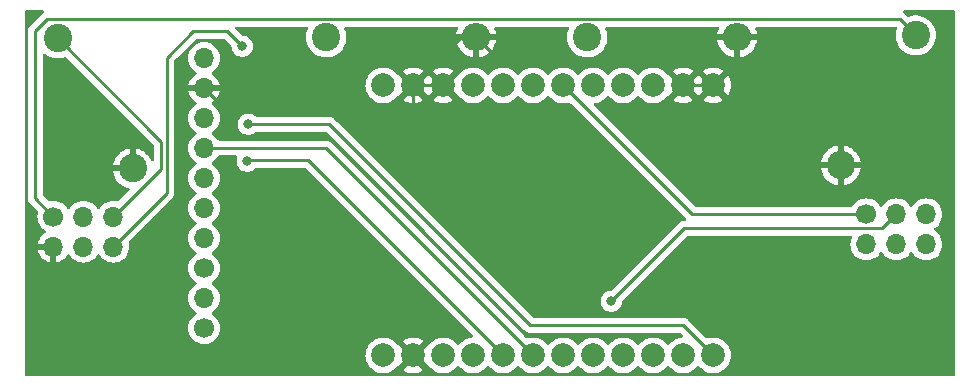
<source format=gbr>
%TF.GenerationSoftware,KiCad,Pcbnew,(7.0.0)*%
%TF.CreationDate,2023-12-04T19:22:37-08:00*%
%TF.ProjectId,Top_Board,546f705f-426f-4617-9264-2e6b69636164,0*%
%TF.SameCoordinates,Original*%
%TF.FileFunction,Copper,L1,Top*%
%TF.FilePolarity,Positive*%
%FSLAX46Y46*%
G04 Gerber Fmt 4.6, Leading zero omitted, Abs format (unit mm)*
G04 Created by KiCad (PCBNEW (7.0.0)) date 2023-12-04 19:22:37*
%MOMM*%
%LPD*%
G01*
G04 APERTURE LIST*
G04 Aperture macros list*
%AMHorizOval*
0 Thick line with rounded ends*
0 $1 width*
0 $2 $3 position (X,Y) of the first rounded end (center of the circle)*
0 $4 $5 position (X,Y) of the second rounded end (center of the circle)*
0 Add line between two ends*
20,1,$1,$2,$3,$4,$5,0*
0 Add two circle primitives to create the rounded ends*
1,1,$1,$2,$3*
1,1,$1,$4,$5*%
G04 Aperture macros list end*
%TA.AperFunction,ComponentPad*%
%ADD10C,2.000000*%
%TD*%
%TA.AperFunction,ComponentPad*%
%ADD11C,2.400000*%
%TD*%
%TA.AperFunction,ComponentPad*%
%ADD12HorizOval,2.400000X0.000000X0.000000X0.000000X0.000000X0*%
%TD*%
%TA.AperFunction,ComponentPad*%
%ADD13C,1.700000*%
%TD*%
%TA.AperFunction,ComponentPad*%
%ADD14O,1.700000X1.700000*%
%TD*%
%TA.AperFunction,ComponentPad*%
%ADD15HorizOval,2.400000X0.000000X0.000000X0.000000X0.000000X0*%
%TD*%
%TA.AperFunction,ComponentPad*%
%ADD16O,2.400000X2.400000*%
%TD*%
%TA.AperFunction,ViaPad*%
%ADD17C,0.800000*%
%TD*%
%TA.AperFunction,Conductor*%
%ADD18C,0.250000*%
%TD*%
G04 APERTURE END LIST*
D10*
%TO.P,U1,1,3v*%
%TO.N,3V*%
X171450000Y-107950000D03*
%TO.P,U1,2,1*%
%TO.N,unconnected-(U1-1-Pad2)*%
X168910000Y-107950000D03*
%TO.P,U1,3,2*%
%TO.N,unconnected-(U1-2-Pad3)*%
X166370000Y-107950000D03*
%TO.P,U1,4,3*%
%TO.N,unconnected-(U1-3-Pad4)*%
X163830000Y-107950000D03*
%TO.P,U1,5,10*%
%TO.N,D10*%
X161290000Y-107950000D03*
%TO.P,U1,6,11*%
%TO.N,D11*%
X158750000Y-107950000D03*
%TO.P,U1,7,12*%
%TO.N,SDA*%
X156210000Y-107950000D03*
%TO.P,U1,8,13*%
%TO.N,SCL*%
X153670000Y-107950000D03*
%TO.P,U1,9,NC*%
%TO.N,unconnected-(U1-NC-Pad9)*%
X151130000Y-107950000D03*
%TO.P,U1,10,NC*%
%TO.N,unconnected-(U1-NC-Pad10)*%
X148590000Y-107950000D03*
%TO.P,U1,11,GND*%
%TO.N,GND*%
X146050000Y-107950000D03*
%TO.P,U1,12,5V*%
%TO.N,5V*%
X143510000Y-107950000D03*
%TO.P,U1,13,GND*%
%TO.N,GND*%
X171450000Y-85088136D03*
%TO.P,U1,14,GND*%
X168910000Y-85088136D03*
%TO.P,U1,15,43*%
%TO.N,D43*%
X166370000Y-85088136D03*
%TO.P,U1,16,44*%
%TO.N,D44*%
X163830000Y-85088136D03*
%TO.P,U1,17,18*%
%TO.N,D18*%
X161290000Y-85088136D03*
%TO.P,U1,18,17*%
%TO.N,D17*%
X158750000Y-85088136D03*
%TO.P,U1,19,21*%
%TO.N,unconnected-(U1-21-Pad19)*%
X156210000Y-85088136D03*
%TO.P,U1,20,16*%
%TO.N,unconnected-(U1-16-Pad20)*%
X153670000Y-85088136D03*
%TO.P,U1,21,NC*%
%TO.N,unconnected-(U1-NC-Pad21)*%
X151130000Y-85088136D03*
%TO.P,U1,22,GND*%
%TO.N,GND*%
X148590000Y-85088136D03*
%TO.P,U1,23,GND*%
X146050000Y-85088136D03*
%TO.P,U1,24,3v*%
%TO.N,unconnected-(U1-3v-Pad24)*%
X143510000Y-85088136D03*
%TD*%
D11*
%TO.P,R2,1*%
%TO.N,AN0*%
X188595000Y-80860739D03*
D12*
%TO.P,R2,2*%
%TO.N,GND*%
X182244999Y-91859261D03*
%TD*%
D13*
%TO.P,J2,1,Pin_1*%
%TO.N,AN3*%
X128342521Y-105641979D03*
D14*
%TO.P,J2,2,Pin_2*%
%TO.N,AN2*%
X128342520Y-103101978D03*
D13*
%TO.P,J2,3,Pin_3*%
%TO.N,AN1*%
X128342521Y-100561979D03*
D14*
%TO.P,J2,4,Pin_4*%
%TO.N,AN0*%
X128342520Y-98021978D03*
%TO.P,J2,5,Pin_5*%
%TO.N,unconnected-(J2-Pin_5-Pad5)*%
X128342520Y-95481978D03*
%TO.P,J2,6,Pin_6*%
%TO.N,unconnected-(J2-Pin_6-Pad6)*%
X128342520Y-92941978D03*
%TO.P,J2,7,Pin_7*%
%TO.N,SDA*%
X128342520Y-90401978D03*
%TO.P,J2,8,Pin_8*%
%TO.N,SCL*%
X128342520Y-87861978D03*
%TO.P,J2,9,Pin_9*%
%TO.N,GND*%
X128342520Y-85321978D03*
%TO.P,J2,10,Pin_10*%
%TO.N,3V*%
X128342520Y-82781978D03*
%TD*%
D13*
%TO.P,J1,1,Pin_1*%
%TO.N,AN0*%
X115585000Y-96204000D03*
D14*
%TO.P,J1,2,Pin_2*%
%TO.N,GND*%
X115584999Y-98743999D03*
%TO.P,J1,3,Pin_3*%
%TO.N,AN1*%
X118124999Y-96203999D03*
%TO.P,J1,4,Pin_4*%
%TO.N,5V*%
X118124999Y-98743999D03*
%TO.P,J1,5,Pin_5*%
%TO.N,AN2*%
X120664999Y-96203999D03*
%TO.P,J1,6,Pin_6*%
%TO.N,AN3*%
X120664999Y-98743999D03*
%TD*%
D13*
%TO.P,J4,1,Pin_1*%
%TO.N,D17*%
X184404000Y-96012000D03*
D14*
%TO.P,J4,2,Pin_2*%
%TO.N,D43*%
X184403999Y-98551999D03*
%TO.P,J4,3,Pin_3*%
%TO.N,D11*%
X186943999Y-96011999D03*
%TO.P,J4,4,Pin_4*%
%TO.N,D44*%
X186943999Y-98551999D03*
%TO.P,J4,5,Pin_5*%
%TO.N,D10*%
X189483999Y-96011999D03*
%TO.P,J4,6,Pin_6*%
%TO.N,D18*%
X189483999Y-98551999D03*
%TD*%
D11*
%TO.P,R3,1*%
%TO.N,AN2*%
X115951000Y-81114739D03*
D15*
%TO.P,R3,2*%
%TO.N,GND*%
X122300999Y-92113261D03*
%TD*%
D11*
%TO.P,R6,1*%
%TO.N,AN1*%
X160782000Y-81026000D03*
D16*
%TO.P,R6,2*%
%TO.N,GND*%
X173481999Y-81025999D03*
%TD*%
D11*
%TO.P,R8,1*%
%TO.N,AN3*%
X138684000Y-81026000D03*
D16*
%TO.P,R8,2*%
%TO.N,GND*%
X151383999Y-81025999D03*
%TD*%
D17*
%TO.N,AN3*%
X131572000Y-81788000D03*
%TO.N,SCL*%
X132000271Y-91519729D03*
%TO.N,D11*%
X162814000Y-103378000D03*
%TO.N,3V*%
X132080000Y-88392000D03*
%TD*%
D18*
%TO.N,GND*%
X145542000Y-87122000D02*
X130142542Y-87122000D01*
X146050000Y-85088136D02*
X146050000Y-86614000D01*
X151384000Y-81026000D02*
X153670000Y-83312000D01*
X153670000Y-83312000D02*
X167133864Y-83312000D01*
X146050000Y-86614000D02*
X145542000Y-87122000D01*
X150112136Y-81026000D02*
X151384000Y-81026000D01*
X167133864Y-83312000D02*
X168910000Y-85088136D01*
X130142542Y-87122000D02*
X128342521Y-85321979D01*
X146050000Y-85088136D02*
X150112136Y-81026000D01*
X168910000Y-85088136D02*
X171450000Y-85088136D01*
X148590000Y-85088136D02*
X146050000Y-85088136D01*
%TO.N,AN3*%
X125164000Y-82746000D02*
X125164000Y-94245000D01*
X130302000Y-80518000D02*
X127392000Y-80518000D01*
X127392000Y-80518000D02*
X125164000Y-82746000D01*
X131572000Y-81788000D02*
X130302000Y-80518000D01*
X125164000Y-94245000D02*
X120665000Y-98744000D01*
%TO.N,AN2*%
X124714000Y-92155000D02*
X120665000Y-96204000D01*
X124714000Y-89877739D02*
X124714000Y-92155000D01*
X115951000Y-81114739D02*
X124714000Y-89877739D01*
%TO.N,AN0*%
X187235261Y-79501000D02*
X188595000Y-80860739D01*
X115063000Y-79501000D02*
X161413676Y-79501000D01*
X114046000Y-94665000D02*
X114046000Y-80518000D01*
X114046000Y-80518000D02*
X115063000Y-79501000D01*
X172850324Y-79501000D02*
X187235261Y-79501000D01*
X115585000Y-96204000D02*
X114046000Y-94665000D01*
X161413676Y-79501000D02*
X161414676Y-79502000D01*
X161414676Y-79502000D02*
X172849324Y-79502000D01*
X172849324Y-79502000D02*
X172850324Y-79501000D01*
%TO.N,SDA*%
X138661979Y-90401979D02*
X156210000Y-107950000D01*
X128342521Y-90401979D02*
X138661979Y-90401979D01*
%TO.N,SCL*%
X132080000Y-91440000D02*
X137160000Y-91440000D01*
X137160000Y-91440000D02*
X153670000Y-107950000D01*
X132000271Y-91519729D02*
X132080000Y-91440000D01*
%TO.N,D11*%
X169005000Y-97187000D02*
X162814000Y-103378000D01*
X186944000Y-96012000D02*
X185769000Y-97187000D01*
X185769000Y-97187000D02*
X169005000Y-97187000D01*
%TO.N,D17*%
X184404000Y-96012000D02*
X169673864Y-96012000D01*
X169673864Y-96012000D02*
X158750000Y-85088136D01*
%TO.N,3V*%
X138938000Y-88392000D02*
X155956000Y-105410000D01*
X168910000Y-105410000D02*
X171450000Y-107950000D01*
X132080000Y-88392000D02*
X138938000Y-88392000D01*
X155956000Y-105410000D02*
X168910000Y-105410000D01*
%TD*%
%TA.AperFunction,Conductor*%
%TO.N,GND*%
G36*
X114724296Y-78755392D02*
G01*
X114769255Y-78797613D01*
X114788313Y-78856271D01*
X114776753Y-78916854D01*
X114737437Y-78964375D01*
X114723936Y-78974183D01*
X114714179Y-78980592D01*
X114683294Y-78998857D01*
X114683284Y-78998864D01*
X114676579Y-79002830D01*
X114671063Y-79008345D01*
X114671060Y-79008348D01*
X114662407Y-79017000D01*
X114647624Y-79029626D01*
X114637727Y-79036817D01*
X114637720Y-79036823D01*
X114631413Y-79041406D01*
X114626446Y-79047408D01*
X114626435Y-79047420D01*
X114603570Y-79075059D01*
X114595710Y-79083697D01*
X113658696Y-80020711D01*
X113650511Y-80028159D01*
X113644123Y-80032214D01*
X113638788Y-80037894D01*
X113638783Y-80037899D01*
X113598096Y-80081225D01*
X113595392Y-80084016D01*
X113578628Y-80100780D01*
X113578621Y-80100787D01*
X113575880Y-80103529D01*
X113573500Y-80106596D01*
X113573489Y-80106609D01*
X113573400Y-80106725D01*
X113565842Y-80115570D01*
X113541280Y-80141727D01*
X113541273Y-80141736D01*
X113535938Y-80147418D01*
X113532182Y-80154249D01*
X113532179Y-80154254D01*
X113526285Y-80164975D01*
X113515609Y-80181227D01*
X113508109Y-80190896D01*
X113508101Y-80190907D01*
X113503327Y-80197064D01*
X113500234Y-80204208D01*
X113500229Y-80204219D01*
X113485974Y-80237160D01*
X113480838Y-80247643D01*
X113463560Y-80279073D01*
X113459803Y-80285908D01*
X113457864Y-80293456D01*
X113457863Y-80293461D01*
X113454822Y-80305307D01*
X113448521Y-80323711D01*
X113443658Y-80334948D01*
X113443656Y-80334952D01*
X113440562Y-80342104D01*
X113439342Y-80349803D01*
X113439342Y-80349805D01*
X113433729Y-80385241D01*
X113431361Y-80396676D01*
X113422438Y-80431428D01*
X113422436Y-80431436D01*
X113420500Y-80438981D01*
X113420500Y-80446777D01*
X113420500Y-80459017D01*
X113418974Y-80478402D01*
X113415840Y-80498196D01*
X113416574Y-80505961D01*
X113416574Y-80505964D01*
X113419950Y-80541676D01*
X113420500Y-80553345D01*
X113420500Y-94587225D01*
X113419978Y-94598280D01*
X113418327Y-94605667D01*
X113418571Y-94613453D01*
X113418571Y-94613461D01*
X113420439Y-94672873D01*
X113420500Y-94676768D01*
X113420500Y-94704350D01*
X113420988Y-94708219D01*
X113420989Y-94708225D01*
X113421004Y-94708343D01*
X113421918Y-94719966D01*
X113423045Y-94755830D01*
X113423046Y-94755837D01*
X113423291Y-94763627D01*
X113425467Y-94771119D01*
X113425468Y-94771121D01*
X113428879Y-94782862D01*
X113432825Y-94801915D01*
X113435336Y-94821792D01*
X113438206Y-94829042D01*
X113438208Y-94829048D01*
X113451414Y-94862404D01*
X113455197Y-94873451D01*
X113467382Y-94915390D01*
X113471353Y-94922105D01*
X113471354Y-94922107D01*
X113477581Y-94932637D01*
X113486136Y-94950099D01*
X113490642Y-94961480D01*
X113490643Y-94961483D01*
X113493514Y-94968732D01*
X113515440Y-94998912D01*
X113519181Y-95004060D01*
X113525593Y-95013822D01*
X113543856Y-95044702D01*
X113543859Y-95044707D01*
X113547830Y-95051420D01*
X113553345Y-95056935D01*
X113561990Y-95065580D01*
X113574626Y-95080374D01*
X113581819Y-95090275D01*
X113581823Y-95090279D01*
X113586406Y-95096587D01*
X113592415Y-95101558D01*
X113592416Y-95101559D01*
X113620058Y-95124426D01*
X113628699Y-95132289D01*
X114244762Y-95748352D01*
X114276856Y-95803939D01*
X114276856Y-95868126D01*
X114251337Y-95963365D01*
X114251336Y-95963369D01*
X114249937Y-95968592D01*
X114249465Y-95973977D01*
X114249466Y-95973980D01*
X114229341Y-96204000D01*
X114229813Y-96209395D01*
X114246229Y-96397034D01*
X114249937Y-96439408D01*
X114251336Y-96444630D01*
X114251337Y-96444634D01*
X114309694Y-96662430D01*
X114309697Y-96662438D01*
X114311097Y-96667663D01*
X114313385Y-96672570D01*
X114313386Y-96672572D01*
X114408678Y-96876927D01*
X114408681Y-96876933D01*
X114410965Y-96881830D01*
X114414064Y-96886257D01*
X114414066Y-96886259D01*
X114543399Y-97070966D01*
X114543402Y-97070970D01*
X114546505Y-97075401D01*
X114713599Y-97242495D01*
X114718031Y-97245598D01*
X114718033Y-97245600D01*
X114899595Y-97372731D01*
X114938460Y-97417049D01*
X114952471Y-97474306D01*
X114938460Y-97531563D01*
X114899595Y-97575881D01*
X114718352Y-97702788D01*
X114710092Y-97709719D01*
X114550719Y-97869092D01*
X114543784Y-97877357D01*
X114414508Y-98061982D01*
X114409110Y-98071332D01*
X114313856Y-98275602D01*
X114310168Y-98285736D01*
X114258056Y-98480219D01*
X114257688Y-98491448D01*
X114268631Y-98494000D01*
X115711000Y-98494000D01*
X115773000Y-98510613D01*
X115818387Y-98556000D01*
X115835000Y-98618000D01*
X115835000Y-100060369D01*
X115837551Y-100071311D01*
X115848780Y-100070943D01*
X116043263Y-100018831D01*
X116053397Y-100015143D01*
X116257676Y-99919886D01*
X116267008Y-99914498D01*
X116451643Y-99785215D01*
X116459909Y-99778278D01*
X116619278Y-99618909D01*
X116626219Y-99610638D01*
X116753119Y-99429406D01*
X116797437Y-99390540D01*
X116854694Y-99376529D01*
X116911951Y-99390540D01*
X116956269Y-99429405D01*
X117083399Y-99610966D01*
X117083402Y-99610970D01*
X117086505Y-99615401D01*
X117253599Y-99782495D01*
X117258031Y-99785598D01*
X117258033Y-99785600D01*
X117315592Y-99825903D01*
X117447170Y-99918035D01*
X117661337Y-100017903D01*
X117889592Y-100079063D01*
X118125000Y-100099659D01*
X118360408Y-100079063D01*
X118588663Y-100017903D01*
X118802830Y-99918035D01*
X118996401Y-99782495D01*
X119163495Y-99615401D01*
X119293424Y-99429842D01*
X119337743Y-99390976D01*
X119395000Y-99376965D01*
X119452257Y-99390976D01*
X119496575Y-99429842D01*
X119623395Y-99610961D01*
X119623401Y-99610968D01*
X119626505Y-99615401D01*
X119793599Y-99782495D01*
X119798031Y-99785598D01*
X119798033Y-99785600D01*
X119855592Y-99825903D01*
X119987170Y-99918035D01*
X120201337Y-100017903D01*
X120429592Y-100079063D01*
X120665000Y-100099659D01*
X120900408Y-100079063D01*
X121128663Y-100017903D01*
X121342830Y-99918035D01*
X121536401Y-99782495D01*
X121703495Y-99615401D01*
X121839035Y-99421830D01*
X121938903Y-99207663D01*
X122000063Y-98979408D01*
X122020659Y-98744000D01*
X122000063Y-98508592D01*
X121973143Y-98408126D01*
X121973143Y-98343939D01*
X122005235Y-98288353D01*
X125551311Y-94742278D01*
X125559481Y-94734844D01*
X125565877Y-94730786D01*
X125611918Y-94681756D01*
X125614535Y-94679054D01*
X125634120Y-94659471D01*
X125636585Y-94656292D01*
X125644167Y-94647416D01*
X125674062Y-94615582D01*
X125683713Y-94598023D01*
X125694390Y-94581770D01*
X125706673Y-94565936D01*
X125724026Y-94525832D01*
X125729158Y-94515361D01*
X125746435Y-94483935D01*
X125746435Y-94483934D01*
X125750197Y-94477092D01*
X125755177Y-94457691D01*
X125761481Y-94439281D01*
X125769438Y-94420896D01*
X125776272Y-94377741D01*
X125778638Y-94366321D01*
X125787560Y-94331574D01*
X125789500Y-94324019D01*
X125789500Y-94303983D01*
X125791025Y-94284597D01*
X125794160Y-94264804D01*
X125790050Y-94221324D01*
X125789500Y-94209655D01*
X125789500Y-85088136D01*
X142004357Y-85088136D01*
X142004781Y-85093253D01*
X142024467Y-85330837D01*
X142024468Y-85330845D01*
X142024892Y-85335957D01*
X142026149Y-85340924D01*
X142026151Y-85340931D01*
X142052902Y-85446567D01*
X142085937Y-85577017D01*
X142087997Y-85581713D01*
X142183766Y-85800046D01*
X142183769Y-85800052D01*
X142185827Y-85804743D01*
X142188627Y-85809029D01*
X142188631Y-85809036D01*
X142284042Y-85955073D01*
X142321836Y-86012921D01*
X142325306Y-86016690D01*
X142325311Y-86016696D01*
X142486784Y-86192103D01*
X142486787Y-86192106D01*
X142490256Y-86195874D01*
X142686491Y-86348610D01*
X142905190Y-86466964D01*
X143140386Y-86547707D01*
X143385665Y-86588636D01*
X143629201Y-86588636D01*
X143634335Y-86588636D01*
X143879614Y-86547707D01*
X144114810Y-86466964D01*
X144333509Y-86348610D01*
X144381337Y-86311384D01*
X145185749Y-86311384D01*
X145193855Y-86322575D01*
X145222717Y-86345039D01*
X145231279Y-86350632D01*
X145440885Y-86464065D01*
X145450239Y-86468168D01*
X145675656Y-86545553D01*
X145685568Y-86548064D01*
X145920643Y-86587291D01*
X145930839Y-86588136D01*
X146169161Y-86588136D01*
X146179356Y-86587291D01*
X146414431Y-86548064D01*
X146424343Y-86545553D01*
X146649760Y-86468168D01*
X146659114Y-86464065D01*
X146868723Y-86350631D01*
X146877281Y-86345039D01*
X146906146Y-86322573D01*
X146914250Y-86311386D01*
X146914249Y-86311384D01*
X147725749Y-86311384D01*
X147733855Y-86322575D01*
X147762717Y-86345039D01*
X147771279Y-86350632D01*
X147980885Y-86464065D01*
X147990239Y-86468168D01*
X148215656Y-86545553D01*
X148225568Y-86548064D01*
X148460643Y-86587291D01*
X148470839Y-86588136D01*
X148709161Y-86588136D01*
X148719356Y-86587291D01*
X148954431Y-86548064D01*
X148964343Y-86545553D01*
X149189760Y-86468168D01*
X149199114Y-86464065D01*
X149408723Y-86350631D01*
X149417281Y-86345039D01*
X149446146Y-86322573D01*
X149454250Y-86311386D01*
X149447589Y-86299278D01*
X148601542Y-85453231D01*
X148589999Y-85446567D01*
X148578457Y-85453231D01*
X147732408Y-86299279D01*
X147725749Y-86311384D01*
X146914249Y-86311384D01*
X146907589Y-86299278D01*
X146061542Y-85453231D01*
X146049999Y-85446567D01*
X146038457Y-85453231D01*
X145192408Y-86299279D01*
X145185749Y-86311384D01*
X144381337Y-86311384D01*
X144529744Y-86195874D01*
X144698164Y-86012921D01*
X144700973Y-86008621D01*
X144704118Y-86004581D01*
X144704998Y-86005266D01*
X144738637Y-85972469D01*
X144789699Y-85954783D01*
X144809937Y-85956934D01*
X144825517Y-85955073D01*
X144836345Y-85948236D01*
X145684904Y-85099678D01*
X145691568Y-85088135D01*
X146408431Y-85088135D01*
X146415095Y-85099678D01*
X147263653Y-85948236D01*
X147273835Y-85954665D01*
X147280343Y-85952469D01*
X147319999Y-85945957D01*
X147359654Y-85952469D01*
X147366163Y-85954666D01*
X147376345Y-85948236D01*
X148224904Y-85099678D01*
X148231568Y-85088135D01*
X148948431Y-85088135D01*
X148955095Y-85099678D01*
X149803653Y-85948236D01*
X149814481Y-85955073D01*
X149830056Y-85956933D01*
X149850282Y-85954782D01*
X149901336Y-85972453D01*
X149935003Y-86005260D01*
X149935879Y-86004579D01*
X149939036Y-86008635D01*
X149941836Y-86012921D01*
X149945301Y-86016685D01*
X149945305Y-86016690D01*
X150106784Y-86192103D01*
X150106787Y-86192106D01*
X150110256Y-86195874D01*
X150306491Y-86348610D01*
X150525190Y-86466964D01*
X150760386Y-86547707D01*
X151005665Y-86588636D01*
X151249201Y-86588636D01*
X151254335Y-86588636D01*
X151499614Y-86547707D01*
X151734810Y-86466964D01*
X151953509Y-86348610D01*
X152149744Y-86195874D01*
X152308771Y-86023124D01*
X152366259Y-85987787D01*
X152433741Y-85987787D01*
X152491228Y-86023124D01*
X152569696Y-86108362D01*
X152646784Y-86192103D01*
X152646787Y-86192106D01*
X152650256Y-86195874D01*
X152846491Y-86348610D01*
X153065190Y-86466964D01*
X153300386Y-86547707D01*
X153545665Y-86588636D01*
X153789201Y-86588636D01*
X153794335Y-86588636D01*
X154039614Y-86547707D01*
X154274810Y-86466964D01*
X154493509Y-86348610D01*
X154689744Y-86195874D01*
X154848771Y-86023124D01*
X154906259Y-85987787D01*
X154973741Y-85987787D01*
X155031228Y-86023124D01*
X155109696Y-86108362D01*
X155186784Y-86192103D01*
X155186787Y-86192106D01*
X155190256Y-86195874D01*
X155386491Y-86348610D01*
X155605190Y-86466964D01*
X155840386Y-86547707D01*
X156085665Y-86588636D01*
X156329201Y-86588636D01*
X156334335Y-86588636D01*
X156579614Y-86547707D01*
X156814810Y-86466964D01*
X157033509Y-86348610D01*
X157229744Y-86195874D01*
X157388771Y-86023124D01*
X157446259Y-85987787D01*
X157513741Y-85987787D01*
X157571228Y-86023124D01*
X157649696Y-86108362D01*
X157726784Y-86192103D01*
X157726787Y-86192106D01*
X157730256Y-86195874D01*
X157926491Y-86348610D01*
X158145190Y-86466964D01*
X158380386Y-86547707D01*
X158625665Y-86588636D01*
X158869201Y-86588636D01*
X158874335Y-86588636D01*
X159119614Y-86547707D01*
X159199287Y-86520354D01*
X159267497Y-86516827D01*
X159327229Y-86549955D01*
X169125686Y-96348412D01*
X169155693Y-96397034D01*
X169160713Y-96453950D01*
X169139680Y-96507074D01*
X169097060Y-96545128D01*
X169041901Y-96560032D01*
X168999678Y-96561359D01*
X168997143Y-96561439D01*
X168993251Y-96561500D01*
X168965650Y-96561500D01*
X168961799Y-96561986D01*
X168961768Y-96561988D01*
X168961640Y-96562005D01*
X168950029Y-96562918D01*
X168914172Y-96564045D01*
X168914165Y-96564046D01*
X168906373Y-96564291D01*
X168898888Y-96566465D01*
X168898872Y-96566468D01*
X168887126Y-96569881D01*
X168868083Y-96573825D01*
X168855949Y-96575358D01*
X168855948Y-96575358D01*
X168848208Y-96576336D01*
X168840958Y-96579205D01*
X168840951Y-96579208D01*
X168807598Y-96592413D01*
X168796554Y-96596194D01*
X168762105Y-96606203D01*
X168762095Y-96606207D01*
X168754610Y-96608382D01*
X168747900Y-96612349D01*
X168747898Y-96612351D01*
X168744505Y-96614357D01*
X168737360Y-96618583D01*
X168719900Y-96627136D01*
X168701268Y-96634514D01*
X168694965Y-96639092D01*
X168694958Y-96639097D01*
X168665939Y-96660181D01*
X168656179Y-96666592D01*
X168625294Y-96684857D01*
X168625284Y-96684864D01*
X168618579Y-96688830D01*
X168613063Y-96694345D01*
X168613060Y-96694348D01*
X168604407Y-96703000D01*
X168589624Y-96715626D01*
X168579727Y-96722817D01*
X168579720Y-96722823D01*
X168573413Y-96727406D01*
X168568446Y-96733408D01*
X168568435Y-96733420D01*
X168545570Y-96761059D01*
X168537710Y-96769697D01*
X162866228Y-102441181D01*
X162826000Y-102468061D01*
X162778547Y-102477500D01*
X162719354Y-102477500D01*
X162712995Y-102478851D01*
X162712991Y-102478852D01*
X162540559Y-102515503D01*
X162540552Y-102515505D01*
X162534197Y-102516856D01*
X162528262Y-102519498D01*
X162528254Y-102519501D01*
X162367207Y-102591205D01*
X162367202Y-102591207D01*
X162361270Y-102593849D01*
X162356016Y-102597665D01*
X162356011Y-102597669D01*
X162213388Y-102701290D01*
X162213381Y-102701295D01*
X162208129Y-102705112D01*
X162203784Y-102709937D01*
X162203779Y-102709942D01*
X162085813Y-102840956D01*
X162085808Y-102840962D01*
X162081467Y-102845784D01*
X162078222Y-102851404D01*
X162078218Y-102851410D01*
X161990069Y-103004089D01*
X161990066Y-103004094D01*
X161986821Y-103009716D01*
X161984815Y-103015888D01*
X161984813Y-103015894D01*
X161930333Y-103183564D01*
X161930331Y-103183573D01*
X161928326Y-103189744D01*
X161927648Y-103196194D01*
X161927646Y-103196204D01*
X161913375Y-103331996D01*
X161908540Y-103378000D01*
X161909219Y-103384460D01*
X161927646Y-103559795D01*
X161927647Y-103559803D01*
X161928326Y-103566256D01*
X161930331Y-103572428D01*
X161930333Y-103572435D01*
X161984813Y-103740105D01*
X161986821Y-103746284D01*
X161990068Y-103751908D01*
X161990069Y-103751910D01*
X162006176Y-103779809D01*
X162081467Y-103910216D01*
X162208129Y-104050888D01*
X162361270Y-104162151D01*
X162534197Y-104239144D01*
X162719354Y-104278500D01*
X162902143Y-104278500D01*
X162908646Y-104278500D01*
X163093803Y-104239144D01*
X163266730Y-104162151D01*
X163419871Y-104050888D01*
X163546533Y-103910216D01*
X163641179Y-103746284D01*
X163699674Y-103566256D01*
X163717321Y-103398344D01*
X163728721Y-103357925D01*
X163752958Y-103323630D01*
X169227771Y-97848819D01*
X169268000Y-97821939D01*
X169315453Y-97812500D01*
X183064081Y-97812500D01*
X183123724Y-97827786D01*
X183168662Y-97869875D01*
X183187816Y-97928390D01*
X183176463Y-97988905D01*
X183132386Y-98083427D01*
X183132383Y-98083432D01*
X183130097Y-98088337D01*
X183128698Y-98093557D01*
X183128694Y-98093569D01*
X183070337Y-98311365D01*
X183070335Y-98311371D01*
X183068937Y-98316592D01*
X183068465Y-98321977D01*
X183068465Y-98321982D01*
X183054147Y-98485642D01*
X183048341Y-98552000D01*
X183068937Y-98787408D01*
X183070336Y-98792630D01*
X183070337Y-98792634D01*
X183128694Y-99010430D01*
X183128697Y-99010438D01*
X183130097Y-99015663D01*
X183132385Y-99020570D01*
X183132386Y-99020572D01*
X183227678Y-99224927D01*
X183227681Y-99224933D01*
X183229965Y-99229830D01*
X183233064Y-99234257D01*
X183233066Y-99234259D01*
X183362399Y-99418966D01*
X183362402Y-99418970D01*
X183365505Y-99423401D01*
X183532599Y-99590495D01*
X183537031Y-99593598D01*
X183537033Y-99593600D01*
X183670062Y-99686748D01*
X183726170Y-99726035D01*
X183940337Y-99825903D01*
X184168592Y-99887063D01*
X184404000Y-99907659D01*
X184639408Y-99887063D01*
X184867663Y-99825903D01*
X185081830Y-99726035D01*
X185275401Y-99590495D01*
X185442495Y-99423401D01*
X185572424Y-99237842D01*
X185616743Y-99198976D01*
X185674000Y-99184965D01*
X185731257Y-99198976D01*
X185775575Y-99237842D01*
X185902395Y-99418961D01*
X185902401Y-99418968D01*
X185905505Y-99423401D01*
X186072599Y-99590495D01*
X186077031Y-99593598D01*
X186077033Y-99593600D01*
X186210062Y-99686748D01*
X186266170Y-99726035D01*
X186480337Y-99825903D01*
X186708592Y-99887063D01*
X186944000Y-99907659D01*
X187179408Y-99887063D01*
X187407663Y-99825903D01*
X187621830Y-99726035D01*
X187815401Y-99590495D01*
X187982495Y-99423401D01*
X188112424Y-99237842D01*
X188156743Y-99198976D01*
X188214000Y-99184965D01*
X188271257Y-99198976D01*
X188315575Y-99237842D01*
X188442395Y-99418961D01*
X188442401Y-99418968D01*
X188445505Y-99423401D01*
X188612599Y-99590495D01*
X188617031Y-99593598D01*
X188617033Y-99593600D01*
X188750062Y-99686748D01*
X188806170Y-99726035D01*
X189020337Y-99825903D01*
X189248592Y-99887063D01*
X189484000Y-99907659D01*
X189719408Y-99887063D01*
X189947663Y-99825903D01*
X190161830Y-99726035D01*
X190355401Y-99590495D01*
X190522495Y-99423401D01*
X190658035Y-99229830D01*
X190757903Y-99015663D01*
X190819063Y-98787408D01*
X190839659Y-98552000D01*
X190819063Y-98316592D01*
X190757903Y-98088337D01*
X190658035Y-97874171D01*
X190522495Y-97680599D01*
X190355401Y-97513505D01*
X190350968Y-97510401D01*
X190350961Y-97510395D01*
X190169842Y-97383575D01*
X190130976Y-97339257D01*
X190116965Y-97282000D01*
X190130976Y-97224743D01*
X190169842Y-97180425D01*
X190350961Y-97053604D01*
X190350961Y-97053603D01*
X190355401Y-97050495D01*
X190522495Y-96883401D01*
X190658035Y-96689830D01*
X190757903Y-96475663D01*
X190819063Y-96247408D01*
X190839659Y-96012000D01*
X190819063Y-95776592D01*
X190757903Y-95548337D01*
X190658035Y-95334171D01*
X190522495Y-95140599D01*
X190355401Y-94973505D01*
X190350970Y-94970402D01*
X190350966Y-94970399D01*
X190166259Y-94841066D01*
X190166257Y-94841064D01*
X190161830Y-94837965D01*
X190156933Y-94835681D01*
X190156927Y-94835678D01*
X189952572Y-94740386D01*
X189952570Y-94740385D01*
X189947663Y-94738097D01*
X189942438Y-94736697D01*
X189942430Y-94736694D01*
X189724634Y-94678337D01*
X189724630Y-94678336D01*
X189719408Y-94676937D01*
X189714020Y-94676465D01*
X189714017Y-94676465D01*
X189489395Y-94656813D01*
X189484000Y-94656341D01*
X189478605Y-94656813D01*
X189253982Y-94676465D01*
X189253977Y-94676465D01*
X189248592Y-94676937D01*
X189243371Y-94678335D01*
X189243365Y-94678337D01*
X189025569Y-94736694D01*
X189025557Y-94736698D01*
X189020337Y-94738097D01*
X189015432Y-94740383D01*
X189015427Y-94740386D01*
X188811081Y-94835675D01*
X188811077Y-94835677D01*
X188806171Y-94837965D01*
X188801738Y-94841068D01*
X188801731Y-94841073D01*
X188617034Y-94970399D01*
X188617029Y-94970402D01*
X188612599Y-94973505D01*
X188608775Y-94977328D01*
X188608769Y-94977334D01*
X188449334Y-95136769D01*
X188449328Y-95136775D01*
X188445505Y-95140599D01*
X188442402Y-95145029D01*
X188442399Y-95145034D01*
X188315575Y-95326159D01*
X188271257Y-95365025D01*
X188214000Y-95379036D01*
X188156743Y-95365025D01*
X188112425Y-95326159D01*
X188053037Y-95241344D01*
X187982495Y-95140599D01*
X187815401Y-94973505D01*
X187810970Y-94970402D01*
X187810966Y-94970399D01*
X187626259Y-94841066D01*
X187626257Y-94841064D01*
X187621830Y-94837965D01*
X187616933Y-94835681D01*
X187616927Y-94835678D01*
X187412572Y-94740386D01*
X187412570Y-94740385D01*
X187407663Y-94738097D01*
X187402438Y-94736697D01*
X187402430Y-94736694D01*
X187184634Y-94678337D01*
X187184630Y-94678336D01*
X187179408Y-94676937D01*
X187174020Y-94676465D01*
X187174017Y-94676465D01*
X186949395Y-94656813D01*
X186944000Y-94656341D01*
X186938605Y-94656813D01*
X186713982Y-94676465D01*
X186713977Y-94676465D01*
X186708592Y-94676937D01*
X186703371Y-94678335D01*
X186703365Y-94678337D01*
X186485569Y-94736694D01*
X186485557Y-94736698D01*
X186480337Y-94738097D01*
X186475432Y-94740383D01*
X186475427Y-94740386D01*
X186271081Y-94835675D01*
X186271077Y-94835677D01*
X186266171Y-94837965D01*
X186261738Y-94841068D01*
X186261731Y-94841073D01*
X186077034Y-94970399D01*
X186077029Y-94970402D01*
X186072599Y-94973505D01*
X186068775Y-94977328D01*
X186068769Y-94977334D01*
X185909334Y-95136769D01*
X185909328Y-95136775D01*
X185905505Y-95140599D01*
X185902402Y-95145029D01*
X185902399Y-95145034D01*
X185775575Y-95326159D01*
X185731257Y-95365025D01*
X185674000Y-95379036D01*
X185616743Y-95365025D01*
X185572425Y-95326159D01*
X185513037Y-95241344D01*
X185442495Y-95140599D01*
X185275401Y-94973505D01*
X185270970Y-94970402D01*
X185270966Y-94970399D01*
X185086259Y-94841066D01*
X185086257Y-94841064D01*
X185081830Y-94837965D01*
X185076933Y-94835681D01*
X185076927Y-94835678D01*
X184872572Y-94740386D01*
X184872570Y-94740385D01*
X184867663Y-94738097D01*
X184862438Y-94736697D01*
X184862430Y-94736694D01*
X184644634Y-94678337D01*
X184644630Y-94678336D01*
X184639408Y-94676937D01*
X184634020Y-94676465D01*
X184634017Y-94676465D01*
X184409395Y-94656813D01*
X184404000Y-94656341D01*
X184398605Y-94656813D01*
X184173982Y-94676465D01*
X184173977Y-94676465D01*
X184168592Y-94676937D01*
X184163371Y-94678335D01*
X184163365Y-94678337D01*
X183945569Y-94736694D01*
X183945557Y-94736698D01*
X183940337Y-94738097D01*
X183935432Y-94740383D01*
X183935427Y-94740386D01*
X183731081Y-94835675D01*
X183731077Y-94835677D01*
X183726171Y-94837965D01*
X183721738Y-94841068D01*
X183721731Y-94841073D01*
X183537034Y-94970399D01*
X183537029Y-94970402D01*
X183532599Y-94973505D01*
X183528775Y-94977328D01*
X183528769Y-94977334D01*
X183369334Y-95136769D01*
X183369328Y-95136775D01*
X183365505Y-95140599D01*
X183362402Y-95145029D01*
X183362399Y-95145034D01*
X183230349Y-95333623D01*
X183186031Y-95372489D01*
X183128774Y-95386500D01*
X169984316Y-95386500D01*
X169936863Y-95377061D01*
X169896635Y-95350181D01*
X166668157Y-92121703D01*
X180561181Y-92121703D01*
X180614936Y-92357219D01*
X180617669Y-92366079D01*
X180707360Y-92594608D01*
X180711379Y-92602954D01*
X180834135Y-92815572D01*
X180839347Y-92823217D01*
X180992424Y-93015170D01*
X180998718Y-93021953D01*
X181178697Y-93188950D01*
X181185921Y-93194711D01*
X181388786Y-93333022D01*
X181396799Y-93337647D01*
X181617999Y-93444172D01*
X181626609Y-93447551D01*
X181861223Y-93519920D01*
X181870240Y-93521978D01*
X181981763Y-93538787D01*
X181992668Y-93538073D01*
X181995000Y-93527399D01*
X182495000Y-93527399D01*
X182497331Y-93538073D01*
X182508236Y-93538787D01*
X182619759Y-93521978D01*
X182628776Y-93519920D01*
X182863390Y-93447551D01*
X182872001Y-93444172D01*
X183093202Y-93337647D01*
X183101214Y-93333022D01*
X183304078Y-93194712D01*
X183311302Y-93188950D01*
X183491281Y-93021953D01*
X183497575Y-93015170D01*
X183650652Y-92823217D01*
X183655864Y-92815572D01*
X183778620Y-92602954D01*
X183782639Y-92594608D01*
X183872330Y-92366079D01*
X183875063Y-92357219D01*
X183928818Y-92121703D01*
X183927050Y-92112956D01*
X183913918Y-92109262D01*
X182511326Y-92109262D01*
X182498450Y-92112712D01*
X182495000Y-92125588D01*
X182495000Y-93527399D01*
X181995000Y-93527399D01*
X181995000Y-92125588D01*
X181991549Y-92112712D01*
X181978674Y-92109262D01*
X180576082Y-92109262D01*
X180562949Y-92112956D01*
X180561181Y-92121703D01*
X166668157Y-92121703D01*
X166143274Y-91596820D01*
X180561181Y-91596820D01*
X180562949Y-91605567D01*
X180576082Y-91609262D01*
X181978674Y-91609262D01*
X181991549Y-91605811D01*
X181995000Y-91592936D01*
X182495000Y-91592936D01*
X182498450Y-91605811D01*
X182511326Y-91609262D01*
X183913918Y-91609262D01*
X183927050Y-91605567D01*
X183928818Y-91596820D01*
X183875063Y-91361304D01*
X183872330Y-91352444D01*
X183782639Y-91123915D01*
X183778620Y-91115569D01*
X183655864Y-90902951D01*
X183650652Y-90895306D01*
X183497575Y-90703353D01*
X183491281Y-90696570D01*
X183311302Y-90529573D01*
X183304078Y-90523811D01*
X183101214Y-90385501D01*
X183093202Y-90380876D01*
X182872001Y-90274351D01*
X182863390Y-90270972D01*
X182628776Y-90198603D01*
X182619759Y-90196545D01*
X182508236Y-90179736D01*
X182497331Y-90180450D01*
X182495000Y-90191125D01*
X182495000Y-91592936D01*
X181995000Y-91592936D01*
X181995000Y-90191125D01*
X181992668Y-90180450D01*
X181981763Y-90179736D01*
X181870240Y-90196545D01*
X181861223Y-90198603D01*
X181626609Y-90270972D01*
X181617999Y-90274351D01*
X181396799Y-90380876D01*
X181388786Y-90385501D01*
X181185921Y-90523812D01*
X181178697Y-90529573D01*
X180998718Y-90696570D01*
X180992424Y-90703353D01*
X180839347Y-90895306D01*
X180834135Y-90902951D01*
X180711379Y-91115569D01*
X180707360Y-91123915D01*
X180617669Y-91352444D01*
X180614936Y-91361304D01*
X180561181Y-91596820D01*
X166143274Y-91596820D01*
X161345232Y-86798777D01*
X161311819Y-86737784D01*
X161316497Y-86668395D01*
X161357795Y-86612439D01*
X161414664Y-86590608D01*
X161414335Y-86588636D01*
X161659614Y-86547707D01*
X161894810Y-86466964D01*
X162113509Y-86348610D01*
X162309744Y-86195874D01*
X162468771Y-86023124D01*
X162526259Y-85987787D01*
X162593741Y-85987787D01*
X162651228Y-86023124D01*
X162729696Y-86108362D01*
X162806784Y-86192103D01*
X162806787Y-86192106D01*
X162810256Y-86195874D01*
X163006491Y-86348610D01*
X163225190Y-86466964D01*
X163460386Y-86547707D01*
X163705665Y-86588636D01*
X163949201Y-86588636D01*
X163954335Y-86588636D01*
X164199614Y-86547707D01*
X164434810Y-86466964D01*
X164653509Y-86348610D01*
X164849744Y-86195874D01*
X165008771Y-86023124D01*
X165066259Y-85987787D01*
X165133741Y-85987787D01*
X165191228Y-86023124D01*
X165269696Y-86108362D01*
X165346784Y-86192103D01*
X165346787Y-86192106D01*
X165350256Y-86195874D01*
X165546491Y-86348610D01*
X165765190Y-86466964D01*
X166000386Y-86547707D01*
X166245665Y-86588636D01*
X166489201Y-86588636D01*
X166494335Y-86588636D01*
X166739614Y-86547707D01*
X166974810Y-86466964D01*
X167193509Y-86348610D01*
X167241337Y-86311384D01*
X168045749Y-86311384D01*
X168053855Y-86322575D01*
X168082717Y-86345039D01*
X168091279Y-86350632D01*
X168300885Y-86464065D01*
X168310239Y-86468168D01*
X168535656Y-86545553D01*
X168545568Y-86548064D01*
X168780643Y-86587291D01*
X168790839Y-86588136D01*
X169029161Y-86588136D01*
X169039356Y-86587291D01*
X169274431Y-86548064D01*
X169284343Y-86545553D01*
X169509760Y-86468168D01*
X169519114Y-86464065D01*
X169728723Y-86350631D01*
X169737281Y-86345039D01*
X169766146Y-86322573D01*
X169774250Y-86311386D01*
X169774249Y-86311384D01*
X170585749Y-86311384D01*
X170593855Y-86322575D01*
X170622717Y-86345039D01*
X170631279Y-86350632D01*
X170840885Y-86464065D01*
X170850239Y-86468168D01*
X171075656Y-86545553D01*
X171085568Y-86548064D01*
X171320643Y-86587291D01*
X171330839Y-86588136D01*
X171569161Y-86588136D01*
X171579356Y-86587291D01*
X171814431Y-86548064D01*
X171824343Y-86545553D01*
X172049760Y-86468168D01*
X172059114Y-86464065D01*
X172268723Y-86350631D01*
X172277281Y-86345039D01*
X172306146Y-86322573D01*
X172314250Y-86311386D01*
X172307589Y-86299278D01*
X171461542Y-85453231D01*
X171449999Y-85446567D01*
X171438457Y-85453231D01*
X170592408Y-86299279D01*
X170585749Y-86311384D01*
X169774249Y-86311384D01*
X169767589Y-86299278D01*
X168921542Y-85453231D01*
X168909999Y-85446567D01*
X168898457Y-85453231D01*
X168052408Y-86299279D01*
X168045749Y-86311384D01*
X167241337Y-86311384D01*
X167389744Y-86195874D01*
X167558164Y-86012921D01*
X167560973Y-86008621D01*
X167564118Y-86004581D01*
X167564998Y-86005266D01*
X167598637Y-85972469D01*
X167649699Y-85954783D01*
X167669937Y-85956934D01*
X167685517Y-85955073D01*
X167696345Y-85948236D01*
X168544904Y-85099678D01*
X168551568Y-85088135D01*
X169268431Y-85088135D01*
X169275095Y-85099678D01*
X170123653Y-85948236D01*
X170133835Y-85954665D01*
X170140343Y-85952469D01*
X170179999Y-85945957D01*
X170219654Y-85952469D01*
X170226163Y-85954666D01*
X170236345Y-85948236D01*
X171084904Y-85099678D01*
X171091568Y-85088135D01*
X171808431Y-85088135D01*
X171815095Y-85099678D01*
X172663653Y-85948236D01*
X172673034Y-85954160D01*
X172681002Y-85946435D01*
X172770924Y-85808800D01*
X172775792Y-85799805D01*
X172871527Y-85581550D01*
X172874846Y-85571883D01*
X172933353Y-85340848D01*
X172935037Y-85330754D01*
X172954717Y-85093253D01*
X172954717Y-85083019D01*
X172935037Y-84845517D01*
X172933353Y-84835423D01*
X172874846Y-84604388D01*
X172871527Y-84594721D01*
X172775792Y-84376466D01*
X172770924Y-84367471D01*
X172681002Y-84229835D01*
X172673034Y-84222110D01*
X172663653Y-84228034D01*
X171815095Y-85076593D01*
X171808431Y-85088135D01*
X171091568Y-85088135D01*
X171084904Y-85076593D01*
X170236343Y-84228032D01*
X170226163Y-84221604D01*
X170219657Y-84223801D01*
X170180001Y-84230313D01*
X170140344Y-84223801D01*
X170133836Y-84221604D01*
X170123654Y-84228033D01*
X169275095Y-85076593D01*
X169268431Y-85088135D01*
X168551568Y-85088135D01*
X168544904Y-85076593D01*
X167696345Y-84228034D01*
X167685517Y-84221197D01*
X167669937Y-84219336D01*
X167649706Y-84221487D01*
X167598658Y-84203814D01*
X167564993Y-84171009D01*
X167564118Y-84171691D01*
X167560971Y-84167648D01*
X167558164Y-84163351D01*
X167515534Y-84117042D01*
X167393215Y-83984168D01*
X167393211Y-83984165D01*
X167389744Y-83980398D01*
X167241333Y-83864885D01*
X168045748Y-83864885D01*
X168052408Y-83876991D01*
X168898457Y-84723040D01*
X168909999Y-84729704D01*
X168921542Y-84723040D01*
X169767590Y-83876991D01*
X169774250Y-83864885D01*
X170585748Y-83864885D01*
X170592408Y-83876991D01*
X171438457Y-84723040D01*
X171449999Y-84729704D01*
X171461542Y-84723040D01*
X172307590Y-83876991D01*
X172314250Y-83864885D01*
X172306143Y-83853695D01*
X172277286Y-83831235D01*
X172268719Y-83825639D01*
X172059114Y-83712206D01*
X172049760Y-83708103D01*
X171824343Y-83630718D01*
X171814431Y-83628207D01*
X171579356Y-83588980D01*
X171569161Y-83588136D01*
X171330839Y-83588136D01*
X171320643Y-83588980D01*
X171085568Y-83628207D01*
X171075656Y-83630718D01*
X170850239Y-83708103D01*
X170840885Y-83712206D01*
X170631276Y-83825640D01*
X170622717Y-83831232D01*
X170593854Y-83853696D01*
X170585748Y-83864885D01*
X169774250Y-83864885D01*
X169766143Y-83853695D01*
X169737286Y-83831235D01*
X169728719Y-83825639D01*
X169519114Y-83712206D01*
X169509760Y-83708103D01*
X169284343Y-83630718D01*
X169274431Y-83628207D01*
X169039356Y-83588980D01*
X169029161Y-83588136D01*
X168790839Y-83588136D01*
X168780643Y-83588980D01*
X168545568Y-83628207D01*
X168535656Y-83630718D01*
X168310239Y-83708103D01*
X168300885Y-83712206D01*
X168091276Y-83825640D01*
X168082717Y-83831232D01*
X168053854Y-83853696D01*
X168045748Y-83864885D01*
X167241333Y-83864885D01*
X167197559Y-83830814D01*
X167197557Y-83830812D01*
X167193509Y-83827662D01*
X167185972Y-83823583D01*
X166979316Y-83711746D01*
X166979310Y-83711743D01*
X166974810Y-83709308D01*
X166969969Y-83707646D01*
X166969962Y-83707643D01*
X166744465Y-83630230D01*
X166744461Y-83630229D01*
X166739614Y-83628565D01*
X166730768Y-83627088D01*
X166499398Y-83588480D01*
X166499387Y-83588479D01*
X166494335Y-83587636D01*
X166245665Y-83587636D01*
X166240613Y-83588479D01*
X166240601Y-83588480D01*
X166005443Y-83627721D01*
X166005441Y-83627721D01*
X166000386Y-83628565D01*
X165995541Y-83630228D01*
X165995534Y-83630230D01*
X165770037Y-83707643D01*
X165770026Y-83707647D01*
X165765190Y-83709308D01*
X165760693Y-83711741D01*
X165760683Y-83711746D01*
X165551002Y-83825220D01*
X165550995Y-83825224D01*
X165546491Y-83827662D01*
X165542448Y-83830808D01*
X165542440Y-83830814D01*
X165354304Y-83977247D01*
X165350256Y-83980398D01*
X165346793Y-83984159D01*
X165346784Y-83984168D01*
X165191230Y-84153146D01*
X165133741Y-84188484D01*
X165066259Y-84188484D01*
X165008770Y-84153146D01*
X164853215Y-83984168D01*
X164853211Y-83984165D01*
X164849744Y-83980398D01*
X164701333Y-83864885D01*
X164657559Y-83830814D01*
X164657557Y-83830812D01*
X164653509Y-83827662D01*
X164645972Y-83823583D01*
X164439316Y-83711746D01*
X164439310Y-83711743D01*
X164434810Y-83709308D01*
X164429969Y-83707646D01*
X164429962Y-83707643D01*
X164204465Y-83630230D01*
X164204461Y-83630229D01*
X164199614Y-83628565D01*
X164190768Y-83627088D01*
X163959398Y-83588480D01*
X163959387Y-83588479D01*
X163954335Y-83587636D01*
X163705665Y-83587636D01*
X163700613Y-83588479D01*
X163700601Y-83588480D01*
X163465443Y-83627721D01*
X163465441Y-83627721D01*
X163460386Y-83628565D01*
X163455541Y-83630228D01*
X163455534Y-83630230D01*
X163230037Y-83707643D01*
X163230026Y-83707647D01*
X163225190Y-83709308D01*
X163220693Y-83711741D01*
X163220683Y-83711746D01*
X163011002Y-83825220D01*
X163010995Y-83825224D01*
X163006491Y-83827662D01*
X163002448Y-83830808D01*
X163002440Y-83830814D01*
X162814304Y-83977247D01*
X162810256Y-83980398D01*
X162806793Y-83984159D01*
X162806784Y-83984168D01*
X162651230Y-84153146D01*
X162593741Y-84188484D01*
X162526259Y-84188484D01*
X162468770Y-84153146D01*
X162313215Y-83984168D01*
X162313211Y-83984165D01*
X162309744Y-83980398D01*
X162161333Y-83864885D01*
X162117559Y-83830814D01*
X162117557Y-83830812D01*
X162113509Y-83827662D01*
X162105972Y-83823583D01*
X161899316Y-83711746D01*
X161899310Y-83711743D01*
X161894810Y-83709308D01*
X161889969Y-83707646D01*
X161889962Y-83707643D01*
X161664465Y-83630230D01*
X161664461Y-83630229D01*
X161659614Y-83628565D01*
X161650768Y-83627088D01*
X161419398Y-83588480D01*
X161419387Y-83588479D01*
X161414335Y-83587636D01*
X161165665Y-83587636D01*
X161160613Y-83588479D01*
X161160601Y-83588480D01*
X160925443Y-83627721D01*
X160925441Y-83627721D01*
X160920386Y-83628565D01*
X160915541Y-83630228D01*
X160915534Y-83630230D01*
X160690037Y-83707643D01*
X160690026Y-83707647D01*
X160685190Y-83709308D01*
X160680693Y-83711741D01*
X160680683Y-83711746D01*
X160471002Y-83825220D01*
X160470995Y-83825224D01*
X160466491Y-83827662D01*
X160462448Y-83830808D01*
X160462440Y-83830814D01*
X160274304Y-83977247D01*
X160270256Y-83980398D01*
X160266793Y-83984159D01*
X160266784Y-83984168D01*
X160111230Y-84153146D01*
X160053741Y-84188484D01*
X159986259Y-84188484D01*
X159928770Y-84153146D01*
X159773215Y-83984168D01*
X159773211Y-83984165D01*
X159769744Y-83980398D01*
X159621333Y-83864885D01*
X159577559Y-83830814D01*
X159577557Y-83830812D01*
X159573509Y-83827662D01*
X159565972Y-83823583D01*
X159359316Y-83711746D01*
X159359310Y-83711743D01*
X159354810Y-83709308D01*
X159349969Y-83707646D01*
X159349962Y-83707643D01*
X159124465Y-83630230D01*
X159124461Y-83630229D01*
X159119614Y-83628565D01*
X159110768Y-83627088D01*
X158879398Y-83588480D01*
X158879387Y-83588479D01*
X158874335Y-83587636D01*
X158625665Y-83587636D01*
X158620613Y-83588479D01*
X158620601Y-83588480D01*
X158385443Y-83627721D01*
X158385441Y-83627721D01*
X158380386Y-83628565D01*
X158375541Y-83630228D01*
X158375534Y-83630230D01*
X158150037Y-83707643D01*
X158150026Y-83707647D01*
X158145190Y-83709308D01*
X158140693Y-83711741D01*
X158140683Y-83711746D01*
X157931002Y-83825220D01*
X157930995Y-83825224D01*
X157926491Y-83827662D01*
X157922448Y-83830808D01*
X157922440Y-83830814D01*
X157734304Y-83977247D01*
X157730256Y-83980398D01*
X157726793Y-83984159D01*
X157726784Y-83984168D01*
X157571230Y-84153146D01*
X157513741Y-84188484D01*
X157446259Y-84188484D01*
X157388770Y-84153146D01*
X157233215Y-83984168D01*
X157233211Y-83984165D01*
X157229744Y-83980398D01*
X157081333Y-83864885D01*
X157037559Y-83830814D01*
X157037557Y-83830812D01*
X157033509Y-83827662D01*
X157025972Y-83823583D01*
X156819316Y-83711746D01*
X156819310Y-83711743D01*
X156814810Y-83709308D01*
X156809969Y-83707646D01*
X156809962Y-83707643D01*
X156584465Y-83630230D01*
X156584461Y-83630229D01*
X156579614Y-83628565D01*
X156570768Y-83627088D01*
X156339398Y-83588480D01*
X156339387Y-83588479D01*
X156334335Y-83587636D01*
X156085665Y-83587636D01*
X156080613Y-83588479D01*
X156080601Y-83588480D01*
X155845443Y-83627721D01*
X155845441Y-83627721D01*
X155840386Y-83628565D01*
X155835541Y-83630228D01*
X155835534Y-83630230D01*
X155610037Y-83707643D01*
X155610026Y-83707647D01*
X155605190Y-83709308D01*
X155600693Y-83711741D01*
X155600683Y-83711746D01*
X155391002Y-83825220D01*
X155390995Y-83825224D01*
X155386491Y-83827662D01*
X155382448Y-83830808D01*
X155382440Y-83830814D01*
X155194304Y-83977247D01*
X155190256Y-83980398D01*
X155186793Y-83984159D01*
X155186784Y-83984168D01*
X155031230Y-84153146D01*
X154973741Y-84188484D01*
X154906259Y-84188484D01*
X154848770Y-84153146D01*
X154693215Y-83984168D01*
X154693211Y-83984165D01*
X154689744Y-83980398D01*
X154541333Y-83864885D01*
X154497559Y-83830814D01*
X154497557Y-83830812D01*
X154493509Y-83827662D01*
X154485972Y-83823583D01*
X154279316Y-83711746D01*
X154279310Y-83711743D01*
X154274810Y-83709308D01*
X154269969Y-83707646D01*
X154269962Y-83707643D01*
X154044465Y-83630230D01*
X154044461Y-83630229D01*
X154039614Y-83628565D01*
X154030768Y-83627088D01*
X153799398Y-83588480D01*
X153799387Y-83588479D01*
X153794335Y-83587636D01*
X153545665Y-83587636D01*
X153540613Y-83588479D01*
X153540601Y-83588480D01*
X153305443Y-83627721D01*
X153305441Y-83627721D01*
X153300386Y-83628565D01*
X153295541Y-83630228D01*
X153295534Y-83630230D01*
X153070037Y-83707643D01*
X153070026Y-83707647D01*
X153065190Y-83709308D01*
X153060693Y-83711741D01*
X153060683Y-83711746D01*
X152851002Y-83825220D01*
X152850995Y-83825224D01*
X152846491Y-83827662D01*
X152842448Y-83830808D01*
X152842440Y-83830814D01*
X152654304Y-83977247D01*
X152650256Y-83980398D01*
X152646793Y-83984159D01*
X152646784Y-83984168D01*
X152491230Y-84153146D01*
X152433741Y-84188484D01*
X152366259Y-84188484D01*
X152308770Y-84153146D01*
X152153215Y-83984168D01*
X152153211Y-83984165D01*
X152149744Y-83980398D01*
X152001333Y-83864885D01*
X151957559Y-83830814D01*
X151957557Y-83830812D01*
X151953509Y-83827662D01*
X151945972Y-83823583D01*
X151739316Y-83711746D01*
X151739310Y-83711743D01*
X151734810Y-83709308D01*
X151729969Y-83707646D01*
X151729962Y-83707643D01*
X151504465Y-83630230D01*
X151504461Y-83630229D01*
X151499614Y-83628565D01*
X151490768Y-83627088D01*
X151259398Y-83588480D01*
X151259387Y-83588479D01*
X151254335Y-83587636D01*
X151005665Y-83587636D01*
X151000613Y-83588479D01*
X151000601Y-83588480D01*
X150765443Y-83627721D01*
X150765441Y-83627721D01*
X150760386Y-83628565D01*
X150755541Y-83630228D01*
X150755534Y-83630230D01*
X150530037Y-83707643D01*
X150530026Y-83707647D01*
X150525190Y-83709308D01*
X150520693Y-83711741D01*
X150520683Y-83711746D01*
X150311002Y-83825220D01*
X150310995Y-83825224D01*
X150306491Y-83827662D01*
X150302448Y-83830808D01*
X150302440Y-83830814D01*
X150114304Y-83977247D01*
X150110256Y-83980398D01*
X150106793Y-83984159D01*
X150106784Y-83984168D01*
X149945306Y-84159580D01*
X149945298Y-84159590D01*
X149941836Y-84163351D01*
X149939033Y-84167639D01*
X149935883Y-84171689D01*
X149935013Y-84171012D01*
X149901317Y-84203829D01*
X149850279Y-84221489D01*
X149830051Y-84219337D01*
X149814481Y-84221197D01*
X149803653Y-84228034D01*
X148955095Y-85076593D01*
X148948431Y-85088135D01*
X148231568Y-85088135D01*
X148224904Y-85076593D01*
X147376343Y-84228032D01*
X147366163Y-84221604D01*
X147359657Y-84223801D01*
X147320001Y-84230313D01*
X147280344Y-84223801D01*
X147273836Y-84221604D01*
X147263654Y-84228033D01*
X146415095Y-85076593D01*
X146408431Y-85088135D01*
X145691568Y-85088135D01*
X145684904Y-85076593D01*
X144836345Y-84228034D01*
X144825517Y-84221197D01*
X144809937Y-84219336D01*
X144789706Y-84221487D01*
X144738658Y-84203814D01*
X144704993Y-84171009D01*
X144704118Y-84171691D01*
X144700971Y-84167648D01*
X144698164Y-84163351D01*
X144655534Y-84117042D01*
X144533215Y-83984168D01*
X144533211Y-83984165D01*
X144529744Y-83980398D01*
X144381333Y-83864885D01*
X145185748Y-83864885D01*
X145192408Y-83876991D01*
X146038457Y-84723040D01*
X146049999Y-84729704D01*
X146061542Y-84723040D01*
X146907590Y-83876991D01*
X146914250Y-83864885D01*
X147725748Y-83864885D01*
X147732408Y-83876991D01*
X148578457Y-84723040D01*
X148589999Y-84729704D01*
X148601542Y-84723040D01*
X149447590Y-83876991D01*
X149454250Y-83864885D01*
X149446143Y-83853695D01*
X149417286Y-83831235D01*
X149408719Y-83825639D01*
X149199114Y-83712206D01*
X149189760Y-83708103D01*
X148964343Y-83630718D01*
X148954431Y-83628207D01*
X148719356Y-83588980D01*
X148709161Y-83588136D01*
X148470839Y-83588136D01*
X148460643Y-83588980D01*
X148225568Y-83628207D01*
X148215656Y-83630718D01*
X147990239Y-83708103D01*
X147980885Y-83712206D01*
X147771276Y-83825640D01*
X147762717Y-83831232D01*
X147733854Y-83853696D01*
X147725748Y-83864885D01*
X146914250Y-83864885D01*
X146906143Y-83853695D01*
X146877286Y-83831235D01*
X146868719Y-83825639D01*
X146659114Y-83712206D01*
X146649760Y-83708103D01*
X146424343Y-83630718D01*
X146414431Y-83628207D01*
X146179356Y-83588980D01*
X146169161Y-83588136D01*
X145930839Y-83588136D01*
X145920643Y-83588980D01*
X145685568Y-83628207D01*
X145675656Y-83630718D01*
X145450239Y-83708103D01*
X145440885Y-83712206D01*
X145231276Y-83825640D01*
X145222717Y-83831232D01*
X145193854Y-83853696D01*
X145185748Y-83864885D01*
X144381333Y-83864885D01*
X144337559Y-83830814D01*
X144337557Y-83830812D01*
X144333509Y-83827662D01*
X144325972Y-83823583D01*
X144119316Y-83711746D01*
X144119310Y-83711743D01*
X144114810Y-83709308D01*
X144109969Y-83707646D01*
X144109962Y-83707643D01*
X143884465Y-83630230D01*
X143884461Y-83630229D01*
X143879614Y-83628565D01*
X143870768Y-83627088D01*
X143639398Y-83588480D01*
X143639387Y-83588479D01*
X143634335Y-83587636D01*
X143385665Y-83587636D01*
X143380613Y-83588479D01*
X143380601Y-83588480D01*
X143145443Y-83627721D01*
X143145441Y-83627721D01*
X143140386Y-83628565D01*
X143135541Y-83630228D01*
X143135534Y-83630230D01*
X142910037Y-83707643D01*
X142910026Y-83707647D01*
X142905190Y-83709308D01*
X142900693Y-83711741D01*
X142900683Y-83711746D01*
X142691002Y-83825220D01*
X142690995Y-83825224D01*
X142686491Y-83827662D01*
X142682448Y-83830808D01*
X142682440Y-83830814D01*
X142494304Y-83977247D01*
X142490256Y-83980398D01*
X142486793Y-83984159D01*
X142486784Y-83984168D01*
X142325311Y-84159575D01*
X142325307Y-84159580D01*
X142321836Y-84163351D01*
X142319031Y-84167642D01*
X142319028Y-84167648D01*
X142188631Y-84367235D01*
X142188624Y-84367247D01*
X142185827Y-84371529D01*
X142183772Y-84376213D01*
X142183766Y-84376225D01*
X142087997Y-84594558D01*
X142085937Y-84599255D01*
X142084679Y-84604220D01*
X142084678Y-84604225D01*
X142026151Y-84835340D01*
X142026149Y-84835349D01*
X142024892Y-84840315D01*
X142024468Y-84845424D01*
X142024467Y-84845434D01*
X142006838Y-85058198D01*
X142004357Y-85088136D01*
X125789500Y-85088136D01*
X125789500Y-83056452D01*
X125798939Y-83008999D01*
X125825819Y-82968771D01*
X126012611Y-82781979D01*
X126986862Y-82781979D01*
X126987334Y-82787374D01*
X127003204Y-82968771D01*
X127007458Y-83017387D01*
X127008857Y-83022609D01*
X127008858Y-83022613D01*
X127067215Y-83240409D01*
X127067218Y-83240417D01*
X127068618Y-83245642D01*
X127070906Y-83250549D01*
X127070907Y-83250551D01*
X127166199Y-83454906D01*
X127166202Y-83454912D01*
X127168486Y-83459809D01*
X127171585Y-83464236D01*
X127171587Y-83464238D01*
X127300920Y-83648945D01*
X127300923Y-83648949D01*
X127304026Y-83653380D01*
X127471120Y-83820474D01*
X127475552Y-83823577D01*
X127475554Y-83823579D01*
X127657116Y-83950710D01*
X127695981Y-83995028D01*
X127709992Y-84052285D01*
X127695981Y-84109542D01*
X127657116Y-84153860D01*
X127475873Y-84280767D01*
X127467613Y-84287698D01*
X127308240Y-84447071D01*
X127301305Y-84455336D01*
X127172029Y-84639961D01*
X127166631Y-84649311D01*
X127071377Y-84853581D01*
X127067689Y-84863715D01*
X127015577Y-85058198D01*
X127015209Y-85069427D01*
X127026152Y-85071979D01*
X129658890Y-85071979D01*
X129669832Y-85069427D01*
X129669464Y-85058198D01*
X129617352Y-84863715D01*
X129613664Y-84853581D01*
X129518410Y-84649311D01*
X129513012Y-84639961D01*
X129383736Y-84455336D01*
X129376801Y-84447071D01*
X129217430Y-84287700D01*
X129209164Y-84280763D01*
X129027926Y-84153859D01*
X128989061Y-84109541D01*
X128975050Y-84052284D01*
X128989061Y-83995027D01*
X129027927Y-83950709D01*
X129209482Y-83823583D01*
X129209482Y-83823582D01*
X129213922Y-83820474D01*
X129381016Y-83653380D01*
X129516556Y-83459809D01*
X129616424Y-83245642D01*
X129677584Y-83017387D01*
X129698180Y-82781979D01*
X129677584Y-82546571D01*
X129619228Y-82328780D01*
X129617826Y-82323548D01*
X129617825Y-82323546D01*
X129616424Y-82318316D01*
X129516556Y-82104150D01*
X129381016Y-81910578D01*
X129213922Y-81743484D01*
X129209491Y-81740381D01*
X129209487Y-81740378D01*
X129024780Y-81611045D01*
X129024778Y-81611043D01*
X129020351Y-81607944D01*
X129015454Y-81605660D01*
X129015448Y-81605657D01*
X128811093Y-81510365D01*
X128811091Y-81510364D01*
X128806184Y-81508076D01*
X128800959Y-81506676D01*
X128800951Y-81506673D01*
X128583155Y-81448316D01*
X128583151Y-81448315D01*
X128577929Y-81446916D01*
X128572541Y-81446444D01*
X128572538Y-81446444D01*
X128347916Y-81426792D01*
X128342521Y-81426320D01*
X128337126Y-81426792D01*
X128112503Y-81446444D01*
X128112498Y-81446444D01*
X128107113Y-81446916D01*
X128101892Y-81448314D01*
X128101886Y-81448316D01*
X127884090Y-81506673D01*
X127884078Y-81506677D01*
X127878858Y-81508076D01*
X127873953Y-81510362D01*
X127873948Y-81510365D01*
X127669602Y-81605654D01*
X127669598Y-81605656D01*
X127664692Y-81607944D01*
X127660259Y-81611047D01*
X127660252Y-81611052D01*
X127475555Y-81740378D01*
X127475550Y-81740381D01*
X127471120Y-81743484D01*
X127467296Y-81747307D01*
X127467290Y-81747313D01*
X127307855Y-81906748D01*
X127307849Y-81906754D01*
X127304026Y-81910578D01*
X127300923Y-81915008D01*
X127300920Y-81915013D01*
X127171594Y-82099710D01*
X127171589Y-82099717D01*
X127168486Y-82104150D01*
X127166198Y-82109056D01*
X127166196Y-82109060D01*
X127070907Y-82313406D01*
X127070904Y-82313411D01*
X127068618Y-82318316D01*
X127067219Y-82323536D01*
X127067215Y-82323548D01*
X127008858Y-82541344D01*
X127008856Y-82541350D01*
X127007458Y-82546571D01*
X127006986Y-82551956D01*
X127006986Y-82551961D01*
X126993613Y-82704811D01*
X126986862Y-82781979D01*
X126012611Y-82781979D01*
X127614772Y-81179819D01*
X127655000Y-81152939D01*
X127702453Y-81143500D01*
X129991548Y-81143500D01*
X130039001Y-81152939D01*
X130079229Y-81179819D01*
X130633038Y-81733629D01*
X130657278Y-81767927D01*
X130668678Y-81808348D01*
X130679423Y-81910578D01*
X130686326Y-81976256D01*
X130688331Y-81982428D01*
X130688333Y-81982435D01*
X130742813Y-82150105D01*
X130744821Y-82156284D01*
X130748068Y-82161908D01*
X130748069Y-82161910D01*
X130834732Y-82312016D01*
X130839467Y-82320216D01*
X130843811Y-82325041D01*
X130843813Y-82325043D01*
X130961779Y-82456057D01*
X130966129Y-82460888D01*
X130971387Y-82464708D01*
X130971388Y-82464709D01*
X130986976Y-82476034D01*
X131119270Y-82572151D01*
X131292197Y-82649144D01*
X131477354Y-82688500D01*
X131660143Y-82688500D01*
X131666646Y-82688500D01*
X131851803Y-82649144D01*
X132024730Y-82572151D01*
X132177871Y-82460888D01*
X132304533Y-82320216D01*
X132399179Y-82156284D01*
X132457674Y-81976256D01*
X132477460Y-81788000D01*
X132459051Y-81612847D01*
X132458353Y-81606204D01*
X132458352Y-81606203D01*
X132457674Y-81599744D01*
X132399179Y-81419716D01*
X132304533Y-81255784D01*
X132177871Y-81115112D01*
X132172613Y-81111292D01*
X132172611Y-81111290D01*
X132029988Y-81007669D01*
X132029987Y-81007668D01*
X132024730Y-81003849D01*
X132018792Y-81001205D01*
X131857745Y-80929501D01*
X131857740Y-80929499D01*
X131851803Y-80926856D01*
X131845444Y-80925504D01*
X131845440Y-80925503D01*
X131673008Y-80888852D01*
X131673005Y-80888851D01*
X131666646Y-80887500D01*
X131660143Y-80887500D01*
X131607453Y-80887500D01*
X131560000Y-80878061D01*
X131519772Y-80851181D01*
X131006772Y-80338181D01*
X130976522Y-80288818D01*
X130971980Y-80231102D01*
X130994135Y-80177615D01*
X131038158Y-80140015D01*
X131094453Y-80126500D01*
X137028376Y-80126500D01*
X137086317Y-80140870D01*
X137130830Y-80180649D01*
X137151596Y-80236617D01*
X137143804Y-80295801D01*
X137119353Y-80358102D01*
X137061321Y-80505964D01*
X137054492Y-80523363D01*
X137053459Y-80527884D01*
X137053458Y-80527891D01*
X136998809Y-80767323D01*
X136998807Y-80767331D01*
X136997778Y-80771843D01*
X136997431Y-80776462D01*
X136997431Y-80776468D01*
X136986263Y-80925503D01*
X136978732Y-81026000D01*
X136979079Y-81030630D01*
X136995951Y-81255784D01*
X136997778Y-81280157D01*
X136998808Y-81284670D01*
X136998809Y-81284676D01*
X137053424Y-81523957D01*
X137054492Y-81528637D01*
X137056188Y-81532960D01*
X137056189Y-81532961D01*
X137140317Y-81747315D01*
X137147607Y-81765888D01*
X137275041Y-81986612D01*
X137433950Y-82185877D01*
X137620783Y-82359232D01*
X137831366Y-82502805D01*
X138060996Y-82613389D01*
X138065424Y-82614754D01*
X138065427Y-82614756D01*
X138165576Y-82645647D01*
X138304542Y-82688513D01*
X138556565Y-82726500D01*
X138806800Y-82726500D01*
X138811435Y-82726500D01*
X139063458Y-82688513D01*
X139307004Y-82613389D01*
X139536634Y-82502805D01*
X139747217Y-82359232D01*
X139934050Y-82185877D01*
X140092959Y-81986612D01*
X140220393Y-81765888D01*
X140313508Y-81528637D01*
X140368331Y-81288441D01*
X149700181Y-81288441D01*
X149753936Y-81523957D01*
X149756669Y-81532817D01*
X149846360Y-81761346D01*
X149850379Y-81769692D01*
X149973135Y-81982310D01*
X149978347Y-81989955D01*
X150131424Y-82181908D01*
X150137718Y-82188691D01*
X150317697Y-82355688D01*
X150324921Y-82361449D01*
X150527786Y-82499760D01*
X150535799Y-82504385D01*
X150756999Y-82610910D01*
X150765609Y-82614289D01*
X151000223Y-82686658D01*
X151009240Y-82688716D01*
X151120763Y-82705525D01*
X151131668Y-82704811D01*
X151134000Y-82694137D01*
X151634000Y-82694137D01*
X151636331Y-82704811D01*
X151647236Y-82705525D01*
X151758759Y-82688716D01*
X151767776Y-82686658D01*
X152002390Y-82614289D01*
X152011001Y-82610910D01*
X152232202Y-82504385D01*
X152240214Y-82499760D01*
X152443078Y-82361450D01*
X152450302Y-82355688D01*
X152630281Y-82188691D01*
X152636575Y-82181908D01*
X152789652Y-81989955D01*
X152794864Y-81982310D01*
X152917620Y-81769692D01*
X152921639Y-81761346D01*
X153011330Y-81532817D01*
X153014063Y-81523957D01*
X153067818Y-81288441D01*
X153066050Y-81279694D01*
X153052918Y-81276000D01*
X151650326Y-81276000D01*
X151637450Y-81279450D01*
X151634000Y-81292326D01*
X151634000Y-82694137D01*
X151134000Y-82694137D01*
X151134000Y-81292326D01*
X151130549Y-81279450D01*
X151117674Y-81276000D01*
X149715082Y-81276000D01*
X149701949Y-81279694D01*
X149700181Y-81288441D01*
X140368331Y-81288441D01*
X140370222Y-81280157D01*
X140389268Y-81026000D01*
X140370222Y-80771843D01*
X140313508Y-80523363D01*
X140224195Y-80295801D01*
X140216404Y-80236617D01*
X140237170Y-80180649D01*
X140281683Y-80140870D01*
X140339624Y-80126500D01*
X149728912Y-80126500D01*
X149786853Y-80140870D01*
X149831366Y-80180648D01*
X149852132Y-80236616D01*
X149844340Y-80295802D01*
X149756669Y-80519182D01*
X149753936Y-80528042D01*
X149700181Y-80763558D01*
X149701949Y-80772305D01*
X149715082Y-80776000D01*
X153052918Y-80776000D01*
X153066050Y-80772305D01*
X153067818Y-80763558D01*
X153014063Y-80528042D01*
X153011330Y-80519182D01*
X152923660Y-80295802D01*
X152915868Y-80236616D01*
X152936634Y-80180648D01*
X152981147Y-80140870D01*
X153039088Y-80126500D01*
X159126376Y-80126500D01*
X159184317Y-80140870D01*
X159228830Y-80180649D01*
X159249596Y-80236617D01*
X159241804Y-80295801D01*
X159217353Y-80358102D01*
X159159321Y-80505964D01*
X159152492Y-80523363D01*
X159151459Y-80527884D01*
X159151458Y-80527891D01*
X159096809Y-80767323D01*
X159096807Y-80767331D01*
X159095778Y-80771843D01*
X159095431Y-80776462D01*
X159095431Y-80776468D01*
X159084263Y-80925503D01*
X159076732Y-81026000D01*
X159077079Y-81030630D01*
X159093951Y-81255784D01*
X159095778Y-81280157D01*
X159096808Y-81284670D01*
X159096809Y-81284676D01*
X159151424Y-81523957D01*
X159152492Y-81528637D01*
X159154188Y-81532960D01*
X159154189Y-81532961D01*
X159238317Y-81747315D01*
X159245607Y-81765888D01*
X159373041Y-81986612D01*
X159531950Y-82185877D01*
X159718783Y-82359232D01*
X159929366Y-82502805D01*
X160158996Y-82613389D01*
X160163424Y-82614754D01*
X160163427Y-82614756D01*
X160263576Y-82645647D01*
X160402542Y-82688513D01*
X160654565Y-82726500D01*
X160904800Y-82726500D01*
X160909435Y-82726500D01*
X161161458Y-82688513D01*
X161405004Y-82613389D01*
X161634634Y-82502805D01*
X161845217Y-82359232D01*
X162032050Y-82185877D01*
X162190959Y-81986612D01*
X162318393Y-81765888D01*
X162411508Y-81528637D01*
X162466331Y-81288441D01*
X171798181Y-81288441D01*
X171851936Y-81523957D01*
X171854669Y-81532817D01*
X171944360Y-81761346D01*
X171948379Y-81769692D01*
X172071135Y-81982310D01*
X172076347Y-81989955D01*
X172229424Y-82181908D01*
X172235718Y-82188691D01*
X172415697Y-82355688D01*
X172422921Y-82361449D01*
X172625786Y-82499760D01*
X172633799Y-82504385D01*
X172854999Y-82610910D01*
X172863609Y-82614289D01*
X173098223Y-82686658D01*
X173107240Y-82688716D01*
X173218763Y-82705525D01*
X173229668Y-82704811D01*
X173232000Y-82694137D01*
X173732000Y-82694137D01*
X173734331Y-82704811D01*
X173745236Y-82705525D01*
X173856759Y-82688716D01*
X173865776Y-82686658D01*
X174100390Y-82614289D01*
X174109001Y-82610910D01*
X174330202Y-82504385D01*
X174338214Y-82499760D01*
X174541078Y-82361450D01*
X174548302Y-82355688D01*
X174728281Y-82188691D01*
X174734575Y-82181908D01*
X174887652Y-81989955D01*
X174892864Y-81982310D01*
X175015620Y-81769692D01*
X175019639Y-81761346D01*
X175109330Y-81532817D01*
X175112063Y-81523957D01*
X175165818Y-81288441D01*
X175164050Y-81279694D01*
X175150918Y-81276000D01*
X173748326Y-81276000D01*
X173735450Y-81279450D01*
X173732000Y-81292326D01*
X173732000Y-82694137D01*
X173232000Y-82694137D01*
X173232000Y-81292326D01*
X173228549Y-81279450D01*
X173215674Y-81276000D01*
X171813082Y-81276000D01*
X171799949Y-81279694D01*
X171798181Y-81288441D01*
X162466331Y-81288441D01*
X162468222Y-81280157D01*
X162487268Y-81026000D01*
X162468222Y-80771843D01*
X162411508Y-80523363D01*
X162322589Y-80296802D01*
X162314797Y-80237617D01*
X162335563Y-80181648D01*
X162380076Y-80141870D01*
X162438017Y-80127500D01*
X171826520Y-80127500D01*
X171884461Y-80141870D01*
X171928974Y-80181648D01*
X171949740Y-80237617D01*
X171941948Y-80296802D01*
X171854669Y-80519182D01*
X171851936Y-80528042D01*
X171798181Y-80763558D01*
X171799949Y-80772305D01*
X171813082Y-80776000D01*
X175150918Y-80776000D01*
X175164050Y-80772305D01*
X175165818Y-80763558D01*
X175112063Y-80528042D01*
X175109330Y-80519182D01*
X175021660Y-80295802D01*
X175013868Y-80236616D01*
X175034634Y-80180648D01*
X175079147Y-80140870D01*
X175137088Y-80126500D01*
X186874515Y-80126500D01*
X186932456Y-80140870D01*
X186976969Y-80180648D01*
X186997735Y-80236616D01*
X186989943Y-80295801D01*
X186989550Y-80296803D01*
X186967188Y-80353779D01*
X186967185Y-80353786D01*
X186965492Y-80358102D01*
X186964460Y-80362620D01*
X186964459Y-80362626D01*
X186909809Y-80602062D01*
X186909807Y-80602070D01*
X186908778Y-80606582D01*
X186908431Y-80611201D01*
X186908431Y-80611207D01*
X186896732Y-80767323D01*
X186889732Y-80860739D01*
X186890079Y-80865369D01*
X186900742Y-81007669D01*
X186908778Y-81114896D01*
X186909808Y-81119409D01*
X186909809Y-81119415D01*
X186949275Y-81292326D01*
X186965492Y-81363376D01*
X186967188Y-81367699D01*
X186967189Y-81367700D01*
X186985395Y-81414089D01*
X187058607Y-81600627D01*
X187186041Y-81821351D01*
X187344950Y-82020616D01*
X187531783Y-82193971D01*
X187742366Y-82337544D01*
X187971996Y-82448128D01*
X187976424Y-82449493D01*
X187976427Y-82449495D01*
X188061197Y-82475643D01*
X188215542Y-82523252D01*
X188467565Y-82561239D01*
X188717800Y-82561239D01*
X188722435Y-82561239D01*
X188974458Y-82523252D01*
X189218004Y-82448128D01*
X189447634Y-82337544D01*
X189658217Y-82193971D01*
X189845050Y-82020616D01*
X190003959Y-81821351D01*
X190131393Y-81600627D01*
X190224508Y-81363376D01*
X190281222Y-81114896D01*
X190300268Y-80860739D01*
X190281222Y-80606582D01*
X190224508Y-80358102D01*
X190131393Y-80120851D01*
X190003959Y-79900127D01*
X189845050Y-79700862D01*
X189658217Y-79527507D01*
X189447634Y-79383934D01*
X189443448Y-79381918D01*
X189222183Y-79275362D01*
X189222177Y-79275359D01*
X189218004Y-79273350D01*
X189213582Y-79271986D01*
X189213572Y-79271982D01*
X188978891Y-79199593D01*
X188978886Y-79199591D01*
X188974458Y-79198226D01*
X188969878Y-79197535D01*
X188969871Y-79197534D01*
X188727018Y-79160929D01*
X188727007Y-79160928D01*
X188722435Y-79160239D01*
X188467565Y-79160239D01*
X188462993Y-79160928D01*
X188462981Y-79160929D01*
X188220128Y-79197534D01*
X188220118Y-79197536D01*
X188215542Y-79198226D01*
X188211115Y-79199591D01*
X188211104Y-79199594D01*
X187982409Y-79270137D01*
X187916012Y-79272000D01*
X187858179Y-79239327D01*
X187732547Y-79113695D01*
X187725103Y-79105514D01*
X187721047Y-79099123D01*
X187672036Y-79053098D01*
X187669239Y-79050387D01*
X187652488Y-79033636D01*
X187649732Y-79030880D01*
X187646551Y-79028412D01*
X187637675Y-79020830D01*
X187611530Y-78996278D01*
X187611528Y-78996276D01*
X187605843Y-78990938D01*
X187599010Y-78987182D01*
X187599004Y-78987177D01*
X187588286Y-78981285D01*
X187572030Y-78970608D01*
X187563994Y-78964375D01*
X187560977Y-78962034D01*
X187523486Y-78914018D01*
X187513387Y-78853939D01*
X187533119Y-78796302D01*
X187577919Y-78755018D01*
X187636974Y-78740053D01*
X191774718Y-78740053D01*
X191836718Y-78756666D01*
X191882105Y-78802053D01*
X191898718Y-78864053D01*
X191898718Y-109603500D01*
X191882105Y-109665500D01*
X191836718Y-109710887D01*
X191774718Y-109727500D01*
X113283718Y-109727500D01*
X113221718Y-109710887D01*
X113176331Y-109665500D01*
X113159718Y-109603500D01*
X113159718Y-107950000D01*
X142004357Y-107950000D01*
X142004781Y-107955117D01*
X142024467Y-108192701D01*
X142024468Y-108192709D01*
X142024892Y-108197821D01*
X142026149Y-108202788D01*
X142026151Y-108202795D01*
X142052902Y-108308431D01*
X142085937Y-108438881D01*
X142087997Y-108443577D01*
X142183766Y-108661910D01*
X142183769Y-108661916D01*
X142185827Y-108666607D01*
X142188627Y-108670893D01*
X142188631Y-108670900D01*
X142284042Y-108816937D01*
X142321836Y-108874785D01*
X142325306Y-108878554D01*
X142325311Y-108878560D01*
X142486784Y-109053967D01*
X142486787Y-109053970D01*
X142490256Y-109057738D01*
X142686491Y-109210474D01*
X142905190Y-109328828D01*
X143140386Y-109409571D01*
X143385665Y-109450500D01*
X143629201Y-109450500D01*
X143634335Y-109450500D01*
X143879614Y-109409571D01*
X144114810Y-109328828D01*
X144333509Y-109210474D01*
X144381337Y-109173248D01*
X145185749Y-109173248D01*
X145193855Y-109184439D01*
X145222717Y-109206903D01*
X145231279Y-109212496D01*
X145440885Y-109325929D01*
X145450239Y-109330032D01*
X145675656Y-109407417D01*
X145685568Y-109409928D01*
X145920643Y-109449155D01*
X145930839Y-109450000D01*
X146169161Y-109450000D01*
X146179356Y-109449155D01*
X146414431Y-109409928D01*
X146424343Y-109407417D01*
X146649760Y-109330032D01*
X146659114Y-109325929D01*
X146868723Y-109212495D01*
X146877281Y-109206903D01*
X146906146Y-109184437D01*
X146914250Y-109173250D01*
X146907589Y-109161142D01*
X146061542Y-108315095D01*
X146049999Y-108308431D01*
X146038457Y-108315095D01*
X145192408Y-109161143D01*
X145185749Y-109173248D01*
X144381337Y-109173248D01*
X144529744Y-109057738D01*
X144698164Y-108874785D01*
X144700973Y-108870485D01*
X144704118Y-108866445D01*
X144704998Y-108867130D01*
X144738637Y-108834333D01*
X144789699Y-108816647D01*
X144809937Y-108818798D01*
X144825517Y-108816937D01*
X144836345Y-108810100D01*
X145684904Y-107961542D01*
X145691568Y-107950000D01*
X145684904Y-107938457D01*
X144836345Y-107089898D01*
X144825517Y-107083061D01*
X144809937Y-107081200D01*
X144789706Y-107083351D01*
X144738658Y-107065678D01*
X144704993Y-107032873D01*
X144704118Y-107033555D01*
X144700971Y-107029512D01*
X144698164Y-107025215D01*
X144529744Y-106842262D01*
X144381333Y-106726749D01*
X145185748Y-106726749D01*
X145192408Y-106738855D01*
X146038457Y-107584904D01*
X146050000Y-107591568D01*
X146061542Y-107584904D01*
X146907590Y-106738855D01*
X146914250Y-106726749D01*
X146906143Y-106715559D01*
X146877286Y-106693099D01*
X146868719Y-106687503D01*
X146659114Y-106574070D01*
X146649760Y-106569967D01*
X146424343Y-106492582D01*
X146414431Y-106490071D01*
X146179356Y-106450844D01*
X146169161Y-106450000D01*
X145930839Y-106450000D01*
X145920643Y-106450844D01*
X145685568Y-106490071D01*
X145675656Y-106492582D01*
X145450239Y-106569967D01*
X145440885Y-106574070D01*
X145231276Y-106687504D01*
X145222717Y-106693096D01*
X145193854Y-106715560D01*
X145185748Y-106726749D01*
X144381333Y-106726749D01*
X144337559Y-106692678D01*
X144337557Y-106692676D01*
X144333509Y-106689526D01*
X144322520Y-106683579D01*
X144119316Y-106573610D01*
X144119310Y-106573607D01*
X144114810Y-106571172D01*
X144109969Y-106569510D01*
X144109962Y-106569507D01*
X143884465Y-106492094D01*
X143884461Y-106492093D01*
X143879614Y-106490429D01*
X143866130Y-106488179D01*
X143639398Y-106450344D01*
X143639387Y-106450343D01*
X143634335Y-106449500D01*
X143385665Y-106449500D01*
X143380613Y-106450343D01*
X143380601Y-106450344D01*
X143145443Y-106489585D01*
X143145441Y-106489585D01*
X143140386Y-106490429D01*
X143135541Y-106492092D01*
X143135534Y-106492094D01*
X142910037Y-106569507D01*
X142910026Y-106569511D01*
X142905190Y-106571172D01*
X142900693Y-106573605D01*
X142900683Y-106573610D01*
X142691002Y-106687084D01*
X142690995Y-106687088D01*
X142686491Y-106689526D01*
X142682448Y-106692672D01*
X142682440Y-106692678D01*
X142523979Y-106816014D01*
X142490256Y-106842262D01*
X142486793Y-106846023D01*
X142486784Y-106846032D01*
X142325311Y-107021439D01*
X142325307Y-107021444D01*
X142321836Y-107025215D01*
X142319031Y-107029506D01*
X142319028Y-107029512D01*
X142188631Y-107229099D01*
X142188624Y-107229111D01*
X142185827Y-107233393D01*
X142183772Y-107238077D01*
X142183766Y-107238089D01*
X142087997Y-107456422D01*
X142085937Y-107461119D01*
X142084679Y-107466084D01*
X142084678Y-107466089D01*
X142026151Y-107697204D01*
X142026149Y-107697213D01*
X142024892Y-107702179D01*
X142024468Y-107707288D01*
X142024467Y-107707298D01*
X142005313Y-107938457D01*
X142004357Y-107950000D01*
X113159718Y-107950000D01*
X113159718Y-105641979D01*
X126986862Y-105641979D01*
X127007458Y-105877387D01*
X127008857Y-105882609D01*
X127008858Y-105882613D01*
X127067215Y-106100409D01*
X127067218Y-106100417D01*
X127068618Y-106105642D01*
X127070906Y-106110549D01*
X127070907Y-106110551D01*
X127166199Y-106314906D01*
X127166202Y-106314912D01*
X127168486Y-106319809D01*
X127171585Y-106324236D01*
X127171587Y-106324238D01*
X127300920Y-106508945D01*
X127300923Y-106508949D01*
X127304026Y-106513380D01*
X127471120Y-106680474D01*
X127475552Y-106683577D01*
X127475554Y-106683579D01*
X127619781Y-106784568D01*
X127664691Y-106816014D01*
X127669591Y-106818299D01*
X127669593Y-106818300D01*
X127720980Y-106842262D01*
X127878858Y-106915882D01*
X128107113Y-106977042D01*
X128342521Y-106997638D01*
X128577929Y-106977042D01*
X128806184Y-106915882D01*
X129020351Y-106816014D01*
X129213922Y-106680474D01*
X129381016Y-106513380D01*
X129516556Y-106319809D01*
X129616424Y-106105642D01*
X129677584Y-105877387D01*
X129698180Y-105641979D01*
X129677584Y-105406571D01*
X129616424Y-105178316D01*
X129516556Y-104964150D01*
X129381016Y-104770578D01*
X129213922Y-104603484D01*
X129209489Y-104600380D01*
X129209482Y-104600374D01*
X129028363Y-104473554D01*
X128989497Y-104429236D01*
X128975486Y-104371979D01*
X128989497Y-104314722D01*
X129028363Y-104270404D01*
X129209482Y-104143583D01*
X129209482Y-104143582D01*
X129213922Y-104140474D01*
X129381016Y-103973380D01*
X129516556Y-103779809D01*
X129616424Y-103565642D01*
X129677584Y-103337387D01*
X129698180Y-103101979D01*
X129677584Y-102866571D01*
X129616424Y-102638316D01*
X129516556Y-102424150D01*
X129381016Y-102230578D01*
X129213922Y-102063484D01*
X129209489Y-102060380D01*
X129209482Y-102060374D01*
X129028363Y-101933554D01*
X128989497Y-101889236D01*
X128975486Y-101831979D01*
X128989497Y-101774722D01*
X129028363Y-101730404D01*
X129209482Y-101603583D01*
X129209482Y-101603582D01*
X129213922Y-101600474D01*
X129381016Y-101433380D01*
X129516556Y-101239809D01*
X129616424Y-101025642D01*
X129677584Y-100797387D01*
X129698180Y-100561979D01*
X129677584Y-100326571D01*
X129616424Y-100098316D01*
X129516556Y-99884150D01*
X129381016Y-99690578D01*
X129213922Y-99523484D01*
X129209489Y-99520380D01*
X129209482Y-99520374D01*
X129028363Y-99393554D01*
X128989497Y-99349236D01*
X128975486Y-99291979D01*
X128989497Y-99234722D01*
X129028363Y-99190404D01*
X129209482Y-99063583D01*
X129209482Y-99063582D01*
X129213922Y-99060474D01*
X129381016Y-98893380D01*
X129516556Y-98699809D01*
X129616424Y-98485642D01*
X129677584Y-98257387D01*
X129698180Y-98021979D01*
X129677584Y-97786571D01*
X129629093Y-97605598D01*
X129617826Y-97563548D01*
X129617825Y-97563546D01*
X129616424Y-97558316D01*
X129516556Y-97344150D01*
X129381016Y-97150578D01*
X129213922Y-96983484D01*
X129209489Y-96980380D01*
X129209482Y-96980374D01*
X129028363Y-96853554D01*
X128989497Y-96809236D01*
X128975486Y-96751979D01*
X128989497Y-96694722D01*
X129028363Y-96650404D01*
X129209482Y-96523583D01*
X129209482Y-96523582D01*
X129213922Y-96520474D01*
X129381016Y-96353380D01*
X129516556Y-96159809D01*
X129616424Y-95945642D01*
X129677584Y-95717387D01*
X129698180Y-95481979D01*
X129677584Y-95246571D01*
X129616424Y-95018316D01*
X129516556Y-94804150D01*
X129381016Y-94610578D01*
X129213922Y-94443484D01*
X129209489Y-94440380D01*
X129209482Y-94440374D01*
X129028363Y-94313554D01*
X128989497Y-94269236D01*
X128975486Y-94211979D01*
X128989497Y-94154722D01*
X129028363Y-94110404D01*
X129209482Y-93983583D01*
X129209482Y-93983582D01*
X129213922Y-93980474D01*
X129381016Y-93813380D01*
X129516556Y-93619809D01*
X129616424Y-93405642D01*
X129677584Y-93177387D01*
X129698180Y-92941979D01*
X129677584Y-92706571D01*
X129616424Y-92478316D01*
X129516556Y-92264150D01*
X129381016Y-92070578D01*
X129213922Y-91903484D01*
X129209489Y-91900380D01*
X129209482Y-91900374D01*
X129028363Y-91773554D01*
X128989497Y-91729236D01*
X128975486Y-91671979D01*
X128989497Y-91614722D01*
X129028363Y-91570404D01*
X129209482Y-91443583D01*
X129209482Y-91443582D01*
X129213922Y-91440474D01*
X129381016Y-91273380D01*
X129516173Y-91080355D01*
X129560492Y-91041490D01*
X129617749Y-91027479D01*
X131042700Y-91027479D01*
X131098995Y-91040994D01*
X131143018Y-91078594D01*
X131165173Y-91132082D01*
X131160631Y-91189795D01*
X131114597Y-91331473D01*
X131113919Y-91337923D01*
X131113917Y-91337933D01*
X131100027Y-91470099D01*
X131094811Y-91519729D01*
X131095490Y-91526189D01*
X131113917Y-91701524D01*
X131113918Y-91701532D01*
X131114597Y-91707985D01*
X131116602Y-91714157D01*
X131116604Y-91714164D01*
X131165050Y-91863262D01*
X131173092Y-91888013D01*
X131176339Y-91893637D01*
X131176340Y-91893639D01*
X131180228Y-91900374D01*
X131267738Y-92051945D01*
X131272082Y-92056770D01*
X131272084Y-92056772D01*
X131390050Y-92187786D01*
X131394400Y-92192617D01*
X131547541Y-92303880D01*
X131720468Y-92380873D01*
X131905625Y-92420229D01*
X132088414Y-92420229D01*
X132094917Y-92420229D01*
X132280074Y-92380873D01*
X132453001Y-92303880D01*
X132606142Y-92192617D01*
X132683657Y-92106527D01*
X132725372Y-92076220D01*
X132775807Y-92065500D01*
X136849548Y-92065500D01*
X136897001Y-92074939D01*
X136937229Y-92101819D01*
X151074767Y-106239358D01*
X151108176Y-106300334D01*
X151103514Y-106369706D01*
X151062248Y-106425663D01*
X151005338Y-106447541D01*
X151005665Y-106449500D01*
X150765443Y-106489585D01*
X150765441Y-106489585D01*
X150760386Y-106490429D01*
X150755541Y-106492092D01*
X150755534Y-106492094D01*
X150530037Y-106569507D01*
X150530026Y-106569511D01*
X150525190Y-106571172D01*
X150520693Y-106573605D01*
X150520683Y-106573610D01*
X150311002Y-106687084D01*
X150310995Y-106687088D01*
X150306491Y-106689526D01*
X150302448Y-106692672D01*
X150302440Y-106692678D01*
X150143979Y-106816014D01*
X150110256Y-106842262D01*
X150106793Y-106846023D01*
X150106784Y-106846032D01*
X149951230Y-107015010D01*
X149893741Y-107050348D01*
X149826259Y-107050348D01*
X149768770Y-107015010D01*
X149613215Y-106846032D01*
X149613211Y-106846029D01*
X149609744Y-106842262D01*
X149461333Y-106726749D01*
X149417559Y-106692678D01*
X149417557Y-106692676D01*
X149413509Y-106689526D01*
X149402520Y-106683579D01*
X149199316Y-106573610D01*
X149199310Y-106573607D01*
X149194810Y-106571172D01*
X149189969Y-106569510D01*
X149189962Y-106569507D01*
X148964465Y-106492094D01*
X148964461Y-106492093D01*
X148959614Y-106490429D01*
X148946130Y-106488179D01*
X148719398Y-106450344D01*
X148719387Y-106450343D01*
X148714335Y-106449500D01*
X148465665Y-106449500D01*
X148460613Y-106450343D01*
X148460601Y-106450344D01*
X148225443Y-106489585D01*
X148225441Y-106489585D01*
X148220386Y-106490429D01*
X148215541Y-106492092D01*
X148215534Y-106492094D01*
X147990037Y-106569507D01*
X147990026Y-106569511D01*
X147985190Y-106571172D01*
X147980693Y-106573605D01*
X147980683Y-106573610D01*
X147771002Y-106687084D01*
X147770995Y-106687088D01*
X147766491Y-106689526D01*
X147762448Y-106692672D01*
X147762440Y-106692678D01*
X147603979Y-106816014D01*
X147570256Y-106842262D01*
X147566793Y-106846023D01*
X147566784Y-106846032D01*
X147405306Y-107021444D01*
X147405298Y-107021454D01*
X147401836Y-107025215D01*
X147399033Y-107029503D01*
X147395883Y-107033553D01*
X147395013Y-107032876D01*
X147361317Y-107065693D01*
X147310279Y-107083353D01*
X147290051Y-107081201D01*
X147274481Y-107083061D01*
X147263653Y-107089898D01*
X146415095Y-107938457D01*
X146408431Y-107950000D01*
X146415095Y-107961542D01*
X147263653Y-108810100D01*
X147274481Y-108816937D01*
X147290056Y-108818797D01*
X147310282Y-108816646D01*
X147361336Y-108834317D01*
X147395003Y-108867124D01*
X147395879Y-108866443D01*
X147399036Y-108870499D01*
X147401836Y-108874785D01*
X147405301Y-108878549D01*
X147405305Y-108878554D01*
X147566784Y-109053967D01*
X147566787Y-109053970D01*
X147570256Y-109057738D01*
X147766491Y-109210474D01*
X147985190Y-109328828D01*
X148220386Y-109409571D01*
X148465665Y-109450500D01*
X148709201Y-109450500D01*
X148714335Y-109450500D01*
X148959614Y-109409571D01*
X149194810Y-109328828D01*
X149413509Y-109210474D01*
X149609744Y-109057738D01*
X149768771Y-108884988D01*
X149826259Y-108849651D01*
X149893741Y-108849651D01*
X149951228Y-108884988D01*
X150029696Y-108970226D01*
X150106784Y-109053967D01*
X150106787Y-109053970D01*
X150110256Y-109057738D01*
X150306491Y-109210474D01*
X150525190Y-109328828D01*
X150760386Y-109409571D01*
X151005665Y-109450500D01*
X151249201Y-109450500D01*
X151254335Y-109450500D01*
X151499614Y-109409571D01*
X151734810Y-109328828D01*
X151953509Y-109210474D01*
X152149744Y-109057738D01*
X152308771Y-108884988D01*
X152366259Y-108849651D01*
X152433741Y-108849651D01*
X152491228Y-108884988D01*
X152569696Y-108970226D01*
X152646784Y-109053967D01*
X152646787Y-109053970D01*
X152650256Y-109057738D01*
X152846491Y-109210474D01*
X153065190Y-109328828D01*
X153300386Y-109409571D01*
X153545665Y-109450500D01*
X153789201Y-109450500D01*
X153794335Y-109450500D01*
X154039614Y-109409571D01*
X154274810Y-109328828D01*
X154493509Y-109210474D01*
X154689744Y-109057738D01*
X154848771Y-108884988D01*
X154906259Y-108849651D01*
X154973741Y-108849651D01*
X155031228Y-108884988D01*
X155109696Y-108970226D01*
X155186784Y-109053967D01*
X155186787Y-109053970D01*
X155190256Y-109057738D01*
X155386491Y-109210474D01*
X155605190Y-109328828D01*
X155840386Y-109409571D01*
X156085665Y-109450500D01*
X156329201Y-109450500D01*
X156334335Y-109450500D01*
X156579614Y-109409571D01*
X156814810Y-109328828D01*
X157033509Y-109210474D01*
X157229744Y-109057738D01*
X157388771Y-108884988D01*
X157446259Y-108849651D01*
X157513741Y-108849651D01*
X157571228Y-108884988D01*
X157649696Y-108970226D01*
X157726784Y-109053967D01*
X157726787Y-109053970D01*
X157730256Y-109057738D01*
X157926491Y-109210474D01*
X158145190Y-109328828D01*
X158380386Y-109409571D01*
X158625665Y-109450500D01*
X158869201Y-109450500D01*
X158874335Y-109450500D01*
X159119614Y-109409571D01*
X159354810Y-109328828D01*
X159573509Y-109210474D01*
X159769744Y-109057738D01*
X159928771Y-108884988D01*
X159986259Y-108849651D01*
X160053741Y-108849651D01*
X160111228Y-108884988D01*
X160189696Y-108970226D01*
X160266784Y-109053967D01*
X160266787Y-109053970D01*
X160270256Y-109057738D01*
X160466491Y-109210474D01*
X160685190Y-109328828D01*
X160920386Y-109409571D01*
X161165665Y-109450500D01*
X161409201Y-109450500D01*
X161414335Y-109450500D01*
X161659614Y-109409571D01*
X161894810Y-109328828D01*
X162113509Y-109210474D01*
X162309744Y-109057738D01*
X162468771Y-108884988D01*
X162526259Y-108849651D01*
X162593741Y-108849651D01*
X162651228Y-108884988D01*
X162729696Y-108970226D01*
X162806784Y-109053967D01*
X162806787Y-109053970D01*
X162810256Y-109057738D01*
X163006491Y-109210474D01*
X163225190Y-109328828D01*
X163460386Y-109409571D01*
X163705665Y-109450500D01*
X163949201Y-109450500D01*
X163954335Y-109450500D01*
X164199614Y-109409571D01*
X164434810Y-109328828D01*
X164653509Y-109210474D01*
X164849744Y-109057738D01*
X165008771Y-108884988D01*
X165066259Y-108849651D01*
X165133741Y-108849651D01*
X165191228Y-108884988D01*
X165269696Y-108970226D01*
X165346784Y-109053967D01*
X165346787Y-109053970D01*
X165350256Y-109057738D01*
X165546491Y-109210474D01*
X165765190Y-109328828D01*
X166000386Y-109409571D01*
X166245665Y-109450500D01*
X166489201Y-109450500D01*
X166494335Y-109450500D01*
X166739614Y-109409571D01*
X166974810Y-109328828D01*
X167193509Y-109210474D01*
X167389744Y-109057738D01*
X167548771Y-108884988D01*
X167606259Y-108849651D01*
X167673741Y-108849651D01*
X167731228Y-108884988D01*
X167809696Y-108970226D01*
X167886784Y-109053967D01*
X167886787Y-109053970D01*
X167890256Y-109057738D01*
X168086491Y-109210474D01*
X168305190Y-109328828D01*
X168540386Y-109409571D01*
X168785665Y-109450500D01*
X169029201Y-109450500D01*
X169034335Y-109450500D01*
X169279614Y-109409571D01*
X169514810Y-109328828D01*
X169733509Y-109210474D01*
X169929744Y-109057738D01*
X170088771Y-108884988D01*
X170146259Y-108849651D01*
X170213741Y-108849651D01*
X170271228Y-108884988D01*
X170349696Y-108970226D01*
X170426784Y-109053967D01*
X170426787Y-109053970D01*
X170430256Y-109057738D01*
X170626491Y-109210474D01*
X170845190Y-109328828D01*
X171080386Y-109409571D01*
X171325665Y-109450500D01*
X171569201Y-109450500D01*
X171574335Y-109450500D01*
X171819614Y-109409571D01*
X172054810Y-109328828D01*
X172273509Y-109210474D01*
X172469744Y-109057738D01*
X172638164Y-108874785D01*
X172774173Y-108666607D01*
X172874063Y-108438881D01*
X172935108Y-108197821D01*
X172955643Y-107950000D01*
X172935108Y-107702179D01*
X172874063Y-107461119D01*
X172774173Y-107233393D01*
X172638164Y-107025215D01*
X172469744Y-106842262D01*
X172321333Y-106726749D01*
X172277559Y-106692678D01*
X172277557Y-106692676D01*
X172273509Y-106689526D01*
X172262520Y-106683579D01*
X172059316Y-106573610D01*
X172059310Y-106573607D01*
X172054810Y-106571172D01*
X172049969Y-106569510D01*
X172049962Y-106569507D01*
X171824465Y-106492094D01*
X171824461Y-106492093D01*
X171819614Y-106490429D01*
X171806130Y-106488179D01*
X171579398Y-106450344D01*
X171579387Y-106450343D01*
X171574335Y-106449500D01*
X171325665Y-106449500D01*
X171320613Y-106450343D01*
X171320601Y-106450344D01*
X171085446Y-106489584D01*
X171085438Y-106489585D01*
X171080386Y-106490429D01*
X171000711Y-106517781D01*
X170932502Y-106521308D01*
X170872771Y-106488180D01*
X169407286Y-105022695D01*
X169399842Y-105014514D01*
X169395786Y-105008123D01*
X169346775Y-104962098D01*
X169343978Y-104959387D01*
X169327227Y-104942636D01*
X169324471Y-104939880D01*
X169321290Y-104937412D01*
X169312414Y-104929830D01*
X169286269Y-104905278D01*
X169286267Y-104905276D01*
X169280582Y-104899938D01*
X169273749Y-104896182D01*
X169273743Y-104896177D01*
X169263025Y-104890285D01*
X169246766Y-104879606D01*
X169237095Y-104872104D01*
X169237092Y-104872102D01*
X169230936Y-104867327D01*
X169223779Y-104864229D01*
X169223776Y-104864228D01*
X169190849Y-104849978D01*
X169180363Y-104844841D01*
X169148932Y-104827562D01*
X169148923Y-104827558D01*
X169142092Y-104823803D01*
X169134535Y-104821862D01*
X169134531Y-104821861D01*
X169122688Y-104818820D01*
X169104284Y-104812519D01*
X169093057Y-104807660D01*
X169093050Y-104807658D01*
X169085896Y-104804562D01*
X169078192Y-104803341D01*
X169078190Y-104803341D01*
X169042759Y-104797729D01*
X169031324Y-104795361D01*
X168996571Y-104786438D01*
X168996563Y-104786437D01*
X168989019Y-104784500D01*
X168981223Y-104784500D01*
X168968983Y-104784500D01*
X168949597Y-104782974D01*
X168929804Y-104779840D01*
X168922038Y-104780574D01*
X168922035Y-104780574D01*
X168886324Y-104783950D01*
X168874655Y-104784500D01*
X156266453Y-104784500D01*
X156219000Y-104775061D01*
X156178772Y-104748181D01*
X139435286Y-88004695D01*
X139427842Y-87996514D01*
X139423786Y-87990123D01*
X139374775Y-87944098D01*
X139371978Y-87941387D01*
X139355227Y-87924636D01*
X139352471Y-87921880D01*
X139349290Y-87919412D01*
X139340414Y-87911830D01*
X139314269Y-87887278D01*
X139314267Y-87887276D01*
X139308582Y-87881938D01*
X139301749Y-87878182D01*
X139301743Y-87878177D01*
X139291025Y-87872285D01*
X139274766Y-87861606D01*
X139265095Y-87854104D01*
X139265092Y-87854102D01*
X139258936Y-87849327D01*
X139251779Y-87846229D01*
X139251776Y-87846228D01*
X139218849Y-87831978D01*
X139208363Y-87826841D01*
X139176932Y-87809562D01*
X139176923Y-87809558D01*
X139170092Y-87805803D01*
X139162535Y-87803862D01*
X139162531Y-87803861D01*
X139150688Y-87800820D01*
X139132284Y-87794519D01*
X139121057Y-87789660D01*
X139121050Y-87789658D01*
X139113896Y-87786562D01*
X139106192Y-87785341D01*
X139106190Y-87785341D01*
X139070759Y-87779729D01*
X139059324Y-87777361D01*
X139024571Y-87768438D01*
X139024563Y-87768437D01*
X139017019Y-87766500D01*
X139009223Y-87766500D01*
X138996983Y-87766500D01*
X138977597Y-87764974D01*
X138957804Y-87761840D01*
X138950038Y-87762574D01*
X138950035Y-87762574D01*
X138914324Y-87765950D01*
X138902655Y-87766500D01*
X132783748Y-87766500D01*
X132733315Y-87755781D01*
X132695218Y-87728104D01*
X132695050Y-87728291D01*
X132693271Y-87726689D01*
X132691601Y-87725476D01*
X132685871Y-87719112D01*
X132680613Y-87715292D01*
X132680611Y-87715290D01*
X132537988Y-87611669D01*
X132537987Y-87611668D01*
X132532730Y-87607849D01*
X132526792Y-87605205D01*
X132365745Y-87533501D01*
X132365740Y-87533499D01*
X132359803Y-87530856D01*
X132353444Y-87529504D01*
X132353440Y-87529503D01*
X132181008Y-87492852D01*
X132181005Y-87492851D01*
X132174646Y-87491500D01*
X131985354Y-87491500D01*
X131978995Y-87492851D01*
X131978991Y-87492852D01*
X131806559Y-87529503D01*
X131806552Y-87529505D01*
X131800197Y-87530856D01*
X131794262Y-87533498D01*
X131794254Y-87533501D01*
X131633207Y-87605205D01*
X131633202Y-87605207D01*
X131627270Y-87607849D01*
X131622016Y-87611665D01*
X131622011Y-87611669D01*
X131479388Y-87715290D01*
X131479381Y-87715295D01*
X131474129Y-87719112D01*
X131469784Y-87723937D01*
X131469779Y-87723942D01*
X131351813Y-87854956D01*
X131351808Y-87854962D01*
X131347467Y-87859784D01*
X131344222Y-87865404D01*
X131344218Y-87865410D01*
X131256069Y-88018089D01*
X131256066Y-88018094D01*
X131252821Y-88023716D01*
X131250815Y-88029888D01*
X131250813Y-88029894D01*
X131196333Y-88197564D01*
X131196331Y-88197573D01*
X131194326Y-88203744D01*
X131193648Y-88210194D01*
X131193646Y-88210204D01*
X131182064Y-88320409D01*
X131174540Y-88392000D01*
X131175219Y-88398460D01*
X131193646Y-88573795D01*
X131193647Y-88573803D01*
X131194326Y-88580256D01*
X131196331Y-88586428D01*
X131196333Y-88586435D01*
X131242638Y-88728945D01*
X131252821Y-88760284D01*
X131256068Y-88765908D01*
X131256069Y-88765910D01*
X131335554Y-88903583D01*
X131347467Y-88924216D01*
X131351811Y-88929041D01*
X131351813Y-88929043D01*
X131439959Y-89026939D01*
X131474129Y-89064888D01*
X131627270Y-89176151D01*
X131800197Y-89253144D01*
X131985354Y-89292500D01*
X132168143Y-89292500D01*
X132174646Y-89292500D01*
X132359803Y-89253144D01*
X132532730Y-89176151D01*
X132685871Y-89064888D01*
X132691601Y-89058523D01*
X132693271Y-89057310D01*
X132695050Y-89055709D01*
X132695218Y-89055895D01*
X132733315Y-89028219D01*
X132783748Y-89017500D01*
X138627548Y-89017500D01*
X138675001Y-89026939D01*
X138715228Y-89053818D01*
X147135408Y-97473999D01*
X155458707Y-105797298D01*
X155466159Y-105805487D01*
X155470214Y-105811877D01*
X155519223Y-105857900D01*
X155522020Y-105860611D01*
X155541529Y-105880120D01*
X155544709Y-105882587D01*
X155553571Y-105890155D01*
X155567020Y-105902785D01*
X155579732Y-105914723D01*
X155579734Y-105914724D01*
X155585418Y-105920062D01*
X155592251Y-105923818D01*
X155592252Y-105923819D01*
X155602973Y-105929713D01*
X155619234Y-105940394D01*
X155635064Y-105952673D01*
X155675155Y-105970021D01*
X155685635Y-105975155D01*
X155723908Y-105996197D01*
X155743316Y-106001180D01*
X155761719Y-106007481D01*
X155772944Y-106012339D01*
X155772946Y-106012339D01*
X155780104Y-106015437D01*
X155823258Y-106022271D01*
X155834644Y-106024629D01*
X155876981Y-106035500D01*
X155897017Y-106035500D01*
X155916415Y-106037027D01*
X155928486Y-106038939D01*
X155928487Y-106038939D01*
X155936196Y-106040160D01*
X155974276Y-106036560D01*
X155979676Y-106036050D01*
X155991345Y-106035500D01*
X168599548Y-106035500D01*
X168647001Y-106044939D01*
X168687229Y-106071819D01*
X168854768Y-106239358D01*
X168888177Y-106300335D01*
X168883514Y-106369708D01*
X168842245Y-106425666D01*
X168785338Y-106447541D01*
X168785665Y-106449500D01*
X168545443Y-106489585D01*
X168545441Y-106489585D01*
X168540386Y-106490429D01*
X168535541Y-106492092D01*
X168535534Y-106492094D01*
X168310037Y-106569507D01*
X168310026Y-106569511D01*
X168305190Y-106571172D01*
X168300693Y-106573605D01*
X168300683Y-106573610D01*
X168091002Y-106687084D01*
X168090995Y-106687088D01*
X168086491Y-106689526D01*
X168082448Y-106692672D01*
X168082440Y-106692678D01*
X167923979Y-106816014D01*
X167890256Y-106842262D01*
X167886793Y-106846023D01*
X167886784Y-106846032D01*
X167731230Y-107015010D01*
X167673741Y-107050348D01*
X167606259Y-107050348D01*
X167548770Y-107015010D01*
X167393215Y-106846032D01*
X167393211Y-106846029D01*
X167389744Y-106842262D01*
X167241333Y-106726749D01*
X167197559Y-106692678D01*
X167197557Y-106692676D01*
X167193509Y-106689526D01*
X167182520Y-106683579D01*
X166979316Y-106573610D01*
X166979310Y-106573607D01*
X166974810Y-106571172D01*
X166969969Y-106569510D01*
X166969962Y-106569507D01*
X166744465Y-106492094D01*
X166744461Y-106492093D01*
X166739614Y-106490429D01*
X166726130Y-106488179D01*
X166499398Y-106450344D01*
X166499387Y-106450343D01*
X166494335Y-106449500D01*
X166245665Y-106449500D01*
X166240613Y-106450343D01*
X166240601Y-106450344D01*
X166005443Y-106489585D01*
X166005441Y-106489585D01*
X166000386Y-106490429D01*
X165995541Y-106492092D01*
X165995534Y-106492094D01*
X165770037Y-106569507D01*
X165770026Y-106569511D01*
X165765190Y-106571172D01*
X165760693Y-106573605D01*
X165760683Y-106573610D01*
X165551002Y-106687084D01*
X165550995Y-106687088D01*
X165546491Y-106689526D01*
X165542448Y-106692672D01*
X165542440Y-106692678D01*
X165383979Y-106816014D01*
X165350256Y-106842262D01*
X165346793Y-106846023D01*
X165346784Y-106846032D01*
X165191230Y-107015010D01*
X165133741Y-107050348D01*
X165066259Y-107050348D01*
X165008770Y-107015010D01*
X164853215Y-106846032D01*
X164853211Y-106846029D01*
X164849744Y-106842262D01*
X164701333Y-106726749D01*
X164657559Y-106692678D01*
X164657557Y-106692676D01*
X164653509Y-106689526D01*
X164642520Y-106683579D01*
X164439316Y-106573610D01*
X164439310Y-106573607D01*
X164434810Y-106571172D01*
X164429969Y-106569510D01*
X164429962Y-106569507D01*
X164204465Y-106492094D01*
X164204461Y-106492093D01*
X164199614Y-106490429D01*
X164186130Y-106488179D01*
X163959398Y-106450344D01*
X163959387Y-106450343D01*
X163954335Y-106449500D01*
X163705665Y-106449500D01*
X163700613Y-106450343D01*
X163700601Y-106450344D01*
X163465443Y-106489585D01*
X163465441Y-106489585D01*
X163460386Y-106490429D01*
X163455541Y-106492092D01*
X163455534Y-106492094D01*
X163230037Y-106569507D01*
X163230026Y-106569511D01*
X163225190Y-106571172D01*
X163220693Y-106573605D01*
X163220683Y-106573610D01*
X163011002Y-106687084D01*
X163010995Y-106687088D01*
X163006491Y-106689526D01*
X163002448Y-106692672D01*
X163002440Y-106692678D01*
X162843979Y-106816014D01*
X162810256Y-106842262D01*
X162806793Y-106846023D01*
X162806784Y-106846032D01*
X162651230Y-107015010D01*
X162593741Y-107050348D01*
X162526259Y-107050348D01*
X162468770Y-107015010D01*
X162313215Y-106846032D01*
X162313211Y-106846029D01*
X162309744Y-106842262D01*
X162161333Y-106726749D01*
X162117559Y-106692678D01*
X162117557Y-106692676D01*
X162113509Y-106689526D01*
X162102520Y-106683579D01*
X161899316Y-106573610D01*
X161899310Y-106573607D01*
X161894810Y-106571172D01*
X161889969Y-106569510D01*
X161889962Y-106569507D01*
X161664465Y-106492094D01*
X161664461Y-106492093D01*
X161659614Y-106490429D01*
X161646130Y-106488179D01*
X161419398Y-106450344D01*
X161419387Y-106450343D01*
X161414335Y-106449500D01*
X161165665Y-106449500D01*
X161160613Y-106450343D01*
X161160601Y-106450344D01*
X160925443Y-106489585D01*
X160925441Y-106489585D01*
X160920386Y-106490429D01*
X160915541Y-106492092D01*
X160915534Y-106492094D01*
X160690037Y-106569507D01*
X160690026Y-106569511D01*
X160685190Y-106571172D01*
X160680693Y-106573605D01*
X160680683Y-106573610D01*
X160471002Y-106687084D01*
X160470995Y-106687088D01*
X160466491Y-106689526D01*
X160462448Y-106692672D01*
X160462440Y-106692678D01*
X160303979Y-106816014D01*
X160270256Y-106842262D01*
X160266793Y-106846023D01*
X160266784Y-106846032D01*
X160111230Y-107015010D01*
X160053741Y-107050348D01*
X159986259Y-107050348D01*
X159928770Y-107015010D01*
X159773215Y-106846032D01*
X159773211Y-106846029D01*
X159769744Y-106842262D01*
X159621333Y-106726749D01*
X159577559Y-106692678D01*
X159577557Y-106692676D01*
X159573509Y-106689526D01*
X159562520Y-106683579D01*
X159359316Y-106573610D01*
X159359310Y-106573607D01*
X159354810Y-106571172D01*
X159349969Y-106569510D01*
X159349962Y-106569507D01*
X159124465Y-106492094D01*
X159124461Y-106492093D01*
X159119614Y-106490429D01*
X159106130Y-106488179D01*
X158879398Y-106450344D01*
X158879387Y-106450343D01*
X158874335Y-106449500D01*
X158625665Y-106449500D01*
X158620613Y-106450343D01*
X158620601Y-106450344D01*
X158385443Y-106489585D01*
X158385441Y-106489585D01*
X158380386Y-106490429D01*
X158375541Y-106492092D01*
X158375534Y-106492094D01*
X158150037Y-106569507D01*
X158150026Y-106569511D01*
X158145190Y-106571172D01*
X158140693Y-106573605D01*
X158140683Y-106573610D01*
X157931002Y-106687084D01*
X157930995Y-106687088D01*
X157926491Y-106689526D01*
X157922448Y-106692672D01*
X157922440Y-106692678D01*
X157763979Y-106816014D01*
X157730256Y-106842262D01*
X157726793Y-106846023D01*
X157726784Y-106846032D01*
X157571230Y-107015010D01*
X157513741Y-107050348D01*
X157446259Y-107050348D01*
X157388770Y-107015010D01*
X157233215Y-106846032D01*
X157233211Y-106846029D01*
X157229744Y-106842262D01*
X157081333Y-106726749D01*
X157037559Y-106692678D01*
X157037557Y-106692676D01*
X157033509Y-106689526D01*
X157022520Y-106683579D01*
X156819316Y-106573610D01*
X156819310Y-106573607D01*
X156814810Y-106571172D01*
X156809969Y-106569510D01*
X156809962Y-106569507D01*
X156584465Y-106492094D01*
X156584461Y-106492093D01*
X156579614Y-106490429D01*
X156566130Y-106488179D01*
X156339398Y-106450344D01*
X156339387Y-106450343D01*
X156334335Y-106449500D01*
X156085665Y-106449500D01*
X156080613Y-106450343D01*
X156080601Y-106450344D01*
X155845446Y-106489584D01*
X155845438Y-106489585D01*
X155840386Y-106490429D01*
X155760711Y-106517781D01*
X155692502Y-106521308D01*
X155632771Y-106488180D01*
X139159265Y-90014674D01*
X139151821Y-90006493D01*
X139147765Y-90000102D01*
X139098754Y-89954077D01*
X139095957Y-89951366D01*
X139079206Y-89934615D01*
X139076450Y-89931859D01*
X139073269Y-89929391D01*
X139064393Y-89921809D01*
X139038248Y-89897257D01*
X139038246Y-89897255D01*
X139032561Y-89891917D01*
X139025728Y-89888161D01*
X139025722Y-89888156D01*
X139015004Y-89882264D01*
X138998745Y-89871585D01*
X138989074Y-89864083D01*
X138989071Y-89864081D01*
X138982915Y-89859306D01*
X138975758Y-89856208D01*
X138975755Y-89856207D01*
X138942828Y-89841957D01*
X138932342Y-89836820D01*
X138900911Y-89819541D01*
X138900902Y-89819537D01*
X138894071Y-89815782D01*
X138886514Y-89813841D01*
X138886510Y-89813840D01*
X138874667Y-89810799D01*
X138856263Y-89804498D01*
X138845036Y-89799639D01*
X138845029Y-89799637D01*
X138837875Y-89796541D01*
X138830171Y-89795320D01*
X138830169Y-89795320D01*
X138794738Y-89789708D01*
X138783303Y-89787340D01*
X138748550Y-89778417D01*
X138748542Y-89778416D01*
X138740998Y-89776479D01*
X138733202Y-89776479D01*
X138720962Y-89776479D01*
X138701576Y-89774953D01*
X138681783Y-89771819D01*
X138674017Y-89772553D01*
X138674014Y-89772553D01*
X138638303Y-89775929D01*
X138626634Y-89776479D01*
X129617747Y-89776479D01*
X129560490Y-89762468D01*
X129516172Y-89723602D01*
X129384121Y-89535013D01*
X129381016Y-89530578D01*
X129213922Y-89363484D01*
X129209489Y-89360380D01*
X129209482Y-89360374D01*
X129028363Y-89233554D01*
X128989497Y-89189236D01*
X128975486Y-89131979D01*
X128989497Y-89074722D01*
X129028363Y-89030404D01*
X129209482Y-88903583D01*
X129209482Y-88903582D01*
X129213922Y-88900474D01*
X129381016Y-88733380D01*
X129516556Y-88539809D01*
X129616424Y-88325642D01*
X129677584Y-88097387D01*
X129698180Y-87861979D01*
X129677584Y-87626571D01*
X129616424Y-87398316D01*
X129516556Y-87184150D01*
X129381016Y-86990578D01*
X129213922Y-86823484D01*
X129209491Y-86820381D01*
X129209487Y-86820378D01*
X129027926Y-86693248D01*
X128989061Y-86648930D01*
X128975050Y-86591673D01*
X128989061Y-86534416D01*
X129027927Y-86490098D01*
X129209159Y-86363198D01*
X129217430Y-86356257D01*
X129376799Y-86196888D01*
X129383736Y-86188622D01*
X129513019Y-86003987D01*
X129518407Y-85994655D01*
X129613664Y-85790376D01*
X129617352Y-85780242D01*
X129669464Y-85585759D01*
X129669832Y-85574530D01*
X129658890Y-85571979D01*
X127026152Y-85571979D01*
X127015209Y-85574530D01*
X127015577Y-85585759D01*
X127067689Y-85780242D01*
X127071377Y-85790376D01*
X127166634Y-85994655D01*
X127172022Y-86003987D01*
X127301305Y-86188622D01*
X127308242Y-86196888D01*
X127467611Y-86356257D01*
X127475877Y-86363194D01*
X127657116Y-86490099D01*
X127695981Y-86534417D01*
X127709992Y-86591674D01*
X127695981Y-86648931D01*
X127657115Y-86693249D01*
X127475555Y-86820378D01*
X127475550Y-86820381D01*
X127471120Y-86823484D01*
X127467296Y-86827307D01*
X127467290Y-86827313D01*
X127307855Y-86986748D01*
X127307849Y-86986754D01*
X127304026Y-86990578D01*
X127300923Y-86995008D01*
X127300920Y-86995013D01*
X127171594Y-87179710D01*
X127171589Y-87179717D01*
X127168486Y-87184150D01*
X127166198Y-87189056D01*
X127166196Y-87189060D01*
X127070907Y-87393406D01*
X127070904Y-87393411D01*
X127068618Y-87398316D01*
X127067219Y-87403536D01*
X127067215Y-87403548D01*
X127008858Y-87621344D01*
X127008856Y-87621350D01*
X127007458Y-87626571D01*
X127006986Y-87631956D01*
X127006986Y-87631961D01*
X126995046Y-87768438D01*
X126986862Y-87861979D01*
X127007458Y-88097387D01*
X127008857Y-88102609D01*
X127008858Y-88102613D01*
X127067215Y-88320409D01*
X127067218Y-88320417D01*
X127068618Y-88325642D01*
X127070906Y-88330549D01*
X127070907Y-88330551D01*
X127166199Y-88534906D01*
X127166202Y-88534912D01*
X127168486Y-88539809D01*
X127171585Y-88544236D01*
X127171587Y-88544238D01*
X127300920Y-88728945D01*
X127300923Y-88728949D01*
X127304026Y-88733380D01*
X127471120Y-88900474D01*
X127475553Y-88903578D01*
X127475559Y-88903583D01*
X127656679Y-89030404D01*
X127695545Y-89074722D01*
X127709556Y-89131979D01*
X127695545Y-89189236D01*
X127656680Y-89233554D01*
X127475562Y-89360374D01*
X127471120Y-89363484D01*
X127467296Y-89367307D01*
X127467290Y-89367313D01*
X127307855Y-89526748D01*
X127307849Y-89526754D01*
X127304026Y-89530578D01*
X127300923Y-89535008D01*
X127300920Y-89535013D01*
X127171594Y-89719710D01*
X127171589Y-89719717D01*
X127168486Y-89724150D01*
X127166198Y-89729056D01*
X127166196Y-89729060D01*
X127070907Y-89933406D01*
X127070904Y-89933411D01*
X127068618Y-89938316D01*
X127067219Y-89943536D01*
X127067215Y-89943548D01*
X127008858Y-90161344D01*
X127008856Y-90161350D01*
X127007458Y-90166571D01*
X127006986Y-90171956D01*
X127006986Y-90171961D01*
X127004655Y-90198603D01*
X126986862Y-90401979D01*
X127007458Y-90637387D01*
X127008857Y-90642609D01*
X127008858Y-90642613D01*
X127067215Y-90860409D01*
X127067218Y-90860417D01*
X127068618Y-90865642D01*
X127070906Y-90870549D01*
X127070907Y-90870551D01*
X127166199Y-91074906D01*
X127166202Y-91074912D01*
X127168486Y-91079809D01*
X127171585Y-91084236D01*
X127171587Y-91084238D01*
X127300920Y-91268945D01*
X127300923Y-91268949D01*
X127304026Y-91273380D01*
X127471120Y-91440474D01*
X127475553Y-91443578D01*
X127475559Y-91443583D01*
X127656679Y-91570404D01*
X127695545Y-91614722D01*
X127709556Y-91671979D01*
X127695545Y-91729236D01*
X127656680Y-91773554D01*
X127475562Y-91900374D01*
X127471120Y-91903484D01*
X127467296Y-91907307D01*
X127467290Y-91907313D01*
X127307855Y-92066748D01*
X127307849Y-92066754D01*
X127304026Y-92070578D01*
X127300923Y-92075008D01*
X127300920Y-92075013D01*
X127171594Y-92259710D01*
X127171589Y-92259717D01*
X127168486Y-92264150D01*
X127166198Y-92269056D01*
X127166196Y-92269060D01*
X127070907Y-92473406D01*
X127070904Y-92473411D01*
X127068618Y-92478316D01*
X127067219Y-92483536D01*
X127067215Y-92483548D01*
X127008858Y-92701344D01*
X127008856Y-92701350D01*
X127007458Y-92706571D01*
X127006986Y-92711956D01*
X127006986Y-92711961D01*
X126995031Y-92848608D01*
X126986862Y-92941979D01*
X126987334Y-92947374D01*
X126993265Y-93015170D01*
X127007458Y-93177387D01*
X127008857Y-93182609D01*
X127008858Y-93182613D01*
X127067215Y-93400409D01*
X127067218Y-93400417D01*
X127068618Y-93405642D01*
X127070906Y-93410549D01*
X127070907Y-93410551D01*
X127166199Y-93614906D01*
X127166202Y-93614912D01*
X127168486Y-93619809D01*
X127171585Y-93624236D01*
X127171587Y-93624238D01*
X127300920Y-93808945D01*
X127300923Y-93808949D01*
X127304026Y-93813380D01*
X127471120Y-93980474D01*
X127475553Y-93983578D01*
X127475559Y-93983583D01*
X127656679Y-94110404D01*
X127695545Y-94154722D01*
X127709556Y-94211979D01*
X127695545Y-94269236D01*
X127656680Y-94313554D01*
X127475562Y-94440374D01*
X127471120Y-94443484D01*
X127467296Y-94447307D01*
X127467290Y-94447313D01*
X127307855Y-94606748D01*
X127307849Y-94606754D01*
X127304026Y-94610578D01*
X127300923Y-94615008D01*
X127300920Y-94615013D01*
X127171594Y-94799710D01*
X127171589Y-94799717D01*
X127168486Y-94804150D01*
X127166198Y-94809056D01*
X127166196Y-94809060D01*
X127070907Y-95013406D01*
X127070904Y-95013411D01*
X127068618Y-95018316D01*
X127067219Y-95023536D01*
X127067215Y-95023548D01*
X127008858Y-95241344D01*
X127008856Y-95241350D01*
X127007458Y-95246571D01*
X127006986Y-95251956D01*
X127006986Y-95251961D01*
X126987334Y-95476584D01*
X126986862Y-95481979D01*
X127007458Y-95717387D01*
X127008857Y-95722609D01*
X127008858Y-95722613D01*
X127067215Y-95940409D01*
X127067218Y-95940417D01*
X127068618Y-95945642D01*
X127070906Y-95950549D01*
X127070907Y-95950551D01*
X127166199Y-96154906D01*
X127166202Y-96154912D01*
X127168486Y-96159809D01*
X127171585Y-96164236D01*
X127171587Y-96164238D01*
X127300920Y-96348945D01*
X127300923Y-96348949D01*
X127304026Y-96353380D01*
X127471120Y-96520474D01*
X127475553Y-96523578D01*
X127475559Y-96523583D01*
X127656679Y-96650404D01*
X127695545Y-96694722D01*
X127709556Y-96751979D01*
X127695545Y-96809236D01*
X127656680Y-96853554D01*
X127475562Y-96980374D01*
X127471120Y-96983484D01*
X127467296Y-96987307D01*
X127467290Y-96987313D01*
X127307855Y-97146748D01*
X127307849Y-97146754D01*
X127304026Y-97150578D01*
X127300923Y-97155008D01*
X127300920Y-97155013D01*
X127171594Y-97339710D01*
X127171589Y-97339717D01*
X127168486Y-97344150D01*
X127166198Y-97349056D01*
X127166196Y-97349060D01*
X127070907Y-97553406D01*
X127070904Y-97553411D01*
X127068618Y-97558316D01*
X127067219Y-97563536D01*
X127067215Y-97563548D01*
X127008858Y-97781344D01*
X127008856Y-97781350D01*
X127007458Y-97786571D01*
X127006986Y-97791956D01*
X127006986Y-97791961D01*
X126995050Y-97928390D01*
X126986862Y-98021979D01*
X127007458Y-98257387D01*
X127008857Y-98262609D01*
X127008858Y-98262613D01*
X127067215Y-98480409D01*
X127067218Y-98480417D01*
X127068618Y-98485642D01*
X127070906Y-98490549D01*
X127070907Y-98490551D01*
X127166199Y-98694906D01*
X127166202Y-98694912D01*
X127168486Y-98699809D01*
X127171585Y-98704236D01*
X127171587Y-98704238D01*
X127300920Y-98888945D01*
X127300923Y-98888949D01*
X127304026Y-98893380D01*
X127471120Y-99060474D01*
X127475553Y-99063578D01*
X127475559Y-99063583D01*
X127656679Y-99190404D01*
X127695545Y-99234722D01*
X127709556Y-99291979D01*
X127695545Y-99349236D01*
X127656680Y-99393554D01*
X127475562Y-99520374D01*
X127471120Y-99523484D01*
X127467296Y-99527307D01*
X127467290Y-99527313D01*
X127307855Y-99686748D01*
X127307849Y-99686754D01*
X127304026Y-99690578D01*
X127300923Y-99695008D01*
X127300920Y-99695013D01*
X127171594Y-99879710D01*
X127171589Y-99879717D01*
X127168486Y-99884150D01*
X127166198Y-99889056D01*
X127166196Y-99889060D01*
X127070907Y-100093406D01*
X127070904Y-100093411D01*
X127068618Y-100098316D01*
X127067219Y-100103536D01*
X127067215Y-100103548D01*
X127008858Y-100321344D01*
X127008856Y-100321350D01*
X127007458Y-100326571D01*
X126986862Y-100561979D01*
X127007458Y-100797387D01*
X127008857Y-100802609D01*
X127008858Y-100802613D01*
X127067215Y-101020409D01*
X127067218Y-101020417D01*
X127068618Y-101025642D01*
X127070906Y-101030549D01*
X127070907Y-101030551D01*
X127166199Y-101234906D01*
X127166202Y-101234912D01*
X127168486Y-101239809D01*
X127171585Y-101244236D01*
X127171587Y-101244238D01*
X127300920Y-101428945D01*
X127300923Y-101428949D01*
X127304026Y-101433380D01*
X127471120Y-101600474D01*
X127475553Y-101603578D01*
X127475559Y-101603583D01*
X127656679Y-101730404D01*
X127695545Y-101774722D01*
X127709556Y-101831979D01*
X127695545Y-101889236D01*
X127656680Y-101933554D01*
X127475562Y-102060374D01*
X127471120Y-102063484D01*
X127467296Y-102067307D01*
X127467290Y-102067313D01*
X127307855Y-102226748D01*
X127307849Y-102226754D01*
X127304026Y-102230578D01*
X127300923Y-102235008D01*
X127300920Y-102235013D01*
X127171594Y-102419710D01*
X127171589Y-102419717D01*
X127168486Y-102424150D01*
X127166198Y-102429056D01*
X127166196Y-102429060D01*
X127070907Y-102633406D01*
X127070904Y-102633411D01*
X127068618Y-102638316D01*
X127067219Y-102643536D01*
X127067215Y-102643548D01*
X127008858Y-102861344D01*
X127008856Y-102861350D01*
X127007458Y-102866571D01*
X127006986Y-102871956D01*
X127006986Y-102871961D01*
X126987334Y-103096584D01*
X126986862Y-103101979D01*
X126987334Y-103107374D01*
X126994540Y-103189744D01*
X127007458Y-103337387D01*
X127008857Y-103342609D01*
X127008858Y-103342613D01*
X127067215Y-103560409D01*
X127067218Y-103560417D01*
X127068618Y-103565642D01*
X127070906Y-103570549D01*
X127070907Y-103570551D01*
X127166199Y-103774906D01*
X127166202Y-103774912D01*
X127168486Y-103779809D01*
X127171585Y-103784236D01*
X127171587Y-103784238D01*
X127300920Y-103968945D01*
X127300923Y-103968949D01*
X127304026Y-103973380D01*
X127471120Y-104140474D01*
X127475553Y-104143578D01*
X127475559Y-104143583D01*
X127656679Y-104270404D01*
X127695545Y-104314722D01*
X127709556Y-104371979D01*
X127695545Y-104429236D01*
X127656680Y-104473554D01*
X127475562Y-104600374D01*
X127471120Y-104603484D01*
X127467296Y-104607307D01*
X127467290Y-104607313D01*
X127307855Y-104766748D01*
X127307849Y-104766754D01*
X127304026Y-104770578D01*
X127300923Y-104775008D01*
X127300920Y-104775013D01*
X127171594Y-104959710D01*
X127171589Y-104959717D01*
X127168486Y-104964150D01*
X127166198Y-104969056D01*
X127166196Y-104969060D01*
X127070907Y-105173406D01*
X127070904Y-105173411D01*
X127068618Y-105178316D01*
X127067219Y-105183536D01*
X127067215Y-105183548D01*
X127008858Y-105401344D01*
X127008856Y-105401350D01*
X127007458Y-105406571D01*
X126986862Y-105641979D01*
X113159718Y-105641979D01*
X113159718Y-98996551D01*
X114257688Y-98996551D01*
X114258056Y-99007780D01*
X114310168Y-99202263D01*
X114313856Y-99212397D01*
X114409113Y-99416676D01*
X114414501Y-99426008D01*
X114543784Y-99610643D01*
X114550721Y-99618909D01*
X114710090Y-99778278D01*
X114718356Y-99785215D01*
X114902991Y-99914498D01*
X114912323Y-99919886D01*
X115116602Y-100015143D01*
X115126736Y-100018831D01*
X115321219Y-100070943D01*
X115332448Y-100071311D01*
X115335000Y-100060369D01*
X115335000Y-99010326D01*
X115331549Y-98997450D01*
X115318674Y-98994000D01*
X114268631Y-98994000D01*
X114257688Y-98996551D01*
X113159718Y-98996551D01*
X113159718Y-78864053D01*
X113176331Y-78802053D01*
X113221718Y-78756666D01*
X113283718Y-78740053D01*
X114664557Y-78740053D01*
X114724296Y-78755392D01*
G37*
%TD.AperFunction*%
%TA.AperFunction,Conductor*%
G36*
X114830272Y-82412476D02*
G01*
X114879841Y-82440602D01*
X114887783Y-82447971D01*
X115098366Y-82591544D01*
X115327996Y-82702128D01*
X115332424Y-82703493D01*
X115332427Y-82703495D01*
X115407008Y-82726500D01*
X115571542Y-82777252D01*
X115823565Y-82815239D01*
X116073800Y-82815239D01*
X116078435Y-82815239D01*
X116330458Y-82777252D01*
X116563591Y-82705339D01*
X116629988Y-82703477D01*
X116687821Y-82736150D01*
X124052181Y-90100511D01*
X124079061Y-90140739D01*
X124088500Y-90188192D01*
X124088500Y-91359196D01*
X124069984Y-91424381D01*
X124019967Y-91470099D01*
X123953385Y-91482697D01*
X123890122Y-91458412D01*
X123849072Y-91404498D01*
X123838639Y-91377915D01*
X123834620Y-91369569D01*
X123711864Y-91156951D01*
X123706652Y-91149306D01*
X123553575Y-90957353D01*
X123547281Y-90950570D01*
X123367302Y-90783573D01*
X123360078Y-90777811D01*
X123157214Y-90639501D01*
X123149202Y-90634876D01*
X122928001Y-90528351D01*
X122919390Y-90524972D01*
X122684776Y-90452603D01*
X122675759Y-90450545D01*
X122564236Y-90433736D01*
X122553331Y-90434450D01*
X122551000Y-90445125D01*
X122551000Y-92239262D01*
X122534387Y-92301262D01*
X122489000Y-92346649D01*
X122427000Y-92363262D01*
X120632082Y-92363262D01*
X120618949Y-92366956D01*
X120617181Y-92375703D01*
X120670936Y-92611219D01*
X120673669Y-92620079D01*
X120763360Y-92848608D01*
X120767379Y-92856954D01*
X120890135Y-93069572D01*
X120895347Y-93077217D01*
X121048424Y-93269170D01*
X121054718Y-93275953D01*
X121234697Y-93442950D01*
X121241921Y-93448711D01*
X121444786Y-93587022D01*
X121452799Y-93591647D01*
X121673999Y-93698172D01*
X121682609Y-93701551D01*
X121917223Y-93773920D01*
X121926236Y-93775977D01*
X121928582Y-93776331D01*
X121929390Y-93776697D01*
X121930765Y-93777011D01*
X121930701Y-93777291D01*
X121990101Y-93804206D01*
X122027886Y-93860188D01*
X122030727Y-93927668D01*
X121997780Y-93986627D01*
X121120646Y-94863761D01*
X121065059Y-94895855D01*
X121000873Y-94895855D01*
X120905637Y-94870338D01*
X120905636Y-94870337D01*
X120900408Y-94868937D01*
X120895020Y-94868465D01*
X120895017Y-94868465D01*
X120670395Y-94848813D01*
X120665000Y-94848341D01*
X120659605Y-94848813D01*
X120434982Y-94868465D01*
X120434977Y-94868465D01*
X120429592Y-94868937D01*
X120424371Y-94870335D01*
X120424365Y-94870337D01*
X120206569Y-94928694D01*
X120206557Y-94928698D01*
X120201337Y-94930097D01*
X120196432Y-94932383D01*
X120196427Y-94932386D01*
X119992081Y-95027675D01*
X119992077Y-95027677D01*
X119987171Y-95029965D01*
X119982738Y-95033068D01*
X119982731Y-95033073D01*
X119798034Y-95162399D01*
X119798029Y-95162402D01*
X119793599Y-95165505D01*
X119789775Y-95169328D01*
X119789769Y-95169334D01*
X119630334Y-95328769D01*
X119630328Y-95328775D01*
X119626505Y-95332599D01*
X119623402Y-95337029D01*
X119623399Y-95337034D01*
X119496575Y-95518159D01*
X119452257Y-95557025D01*
X119395000Y-95571036D01*
X119337743Y-95557025D01*
X119293425Y-95518159D01*
X119264314Y-95476584D01*
X119163495Y-95332599D01*
X118996401Y-95165505D01*
X118991970Y-95162402D01*
X118991966Y-95162399D01*
X118807259Y-95033066D01*
X118807257Y-95033064D01*
X118802830Y-95029965D01*
X118797933Y-95027681D01*
X118797927Y-95027678D01*
X118593572Y-94932386D01*
X118593570Y-94932385D01*
X118588663Y-94930097D01*
X118583438Y-94928697D01*
X118583430Y-94928694D01*
X118365634Y-94870337D01*
X118365630Y-94870336D01*
X118360408Y-94868937D01*
X118355020Y-94868465D01*
X118355017Y-94868465D01*
X118130395Y-94848813D01*
X118125000Y-94848341D01*
X118119605Y-94848813D01*
X117894982Y-94868465D01*
X117894977Y-94868465D01*
X117889592Y-94868937D01*
X117884371Y-94870335D01*
X117884365Y-94870337D01*
X117666569Y-94928694D01*
X117666557Y-94928698D01*
X117661337Y-94930097D01*
X117656432Y-94932383D01*
X117656427Y-94932386D01*
X117452081Y-95027675D01*
X117452077Y-95027677D01*
X117447171Y-95029965D01*
X117442738Y-95033068D01*
X117442731Y-95033073D01*
X117258034Y-95162399D01*
X117258029Y-95162402D01*
X117253599Y-95165505D01*
X117249775Y-95169328D01*
X117249769Y-95169334D01*
X117090334Y-95328769D01*
X117090328Y-95328775D01*
X117086505Y-95332599D01*
X117083402Y-95337029D01*
X117083399Y-95337034D01*
X116956575Y-95518159D01*
X116912257Y-95557025D01*
X116855000Y-95571036D01*
X116797743Y-95557025D01*
X116753425Y-95518159D01*
X116724314Y-95476584D01*
X116623495Y-95332599D01*
X116456401Y-95165505D01*
X116451970Y-95162402D01*
X116451966Y-95162399D01*
X116267259Y-95033066D01*
X116267257Y-95033064D01*
X116262830Y-95029965D01*
X116257933Y-95027681D01*
X116257927Y-95027678D01*
X116053572Y-94932386D01*
X116053570Y-94932385D01*
X116048663Y-94930097D01*
X116043438Y-94928697D01*
X116043430Y-94928694D01*
X115825634Y-94870337D01*
X115825630Y-94870336D01*
X115820408Y-94868937D01*
X115815020Y-94868465D01*
X115815017Y-94868465D01*
X115590395Y-94848813D01*
X115585000Y-94848341D01*
X115579605Y-94848813D01*
X115354982Y-94868465D01*
X115354977Y-94868465D01*
X115349592Y-94868937D01*
X115344370Y-94870335D01*
X115344365Y-94870337D01*
X115249126Y-94895856D01*
X115184939Y-94895856D01*
X115129352Y-94863762D01*
X114925061Y-94659471D01*
X114707819Y-94442228D01*
X114680939Y-94402000D01*
X114671500Y-94354547D01*
X114671500Y-91850820D01*
X120617181Y-91850820D01*
X120618949Y-91859567D01*
X120632082Y-91863262D01*
X122034674Y-91863262D01*
X122047549Y-91859811D01*
X122051000Y-91846936D01*
X122051000Y-90445125D01*
X122048668Y-90434450D01*
X122037763Y-90433736D01*
X121926240Y-90450545D01*
X121917223Y-90452603D01*
X121682609Y-90524972D01*
X121673999Y-90528351D01*
X121452799Y-90634876D01*
X121444786Y-90639501D01*
X121241921Y-90777812D01*
X121234697Y-90783573D01*
X121054718Y-90950570D01*
X121048424Y-90957353D01*
X120895347Y-91149306D01*
X120890135Y-91156951D01*
X120767379Y-91369569D01*
X120763360Y-91377915D01*
X120673669Y-91606444D01*
X120670936Y-91615304D01*
X120617181Y-91850820D01*
X114671500Y-91850820D01*
X114671500Y-82531501D01*
X114684597Y-82476034D01*
X114721122Y-82432285D01*
X114773358Y-82409494D01*
X114830272Y-82412476D01*
G37*
%TD.AperFunction*%
%TD*%
M02*

</source>
